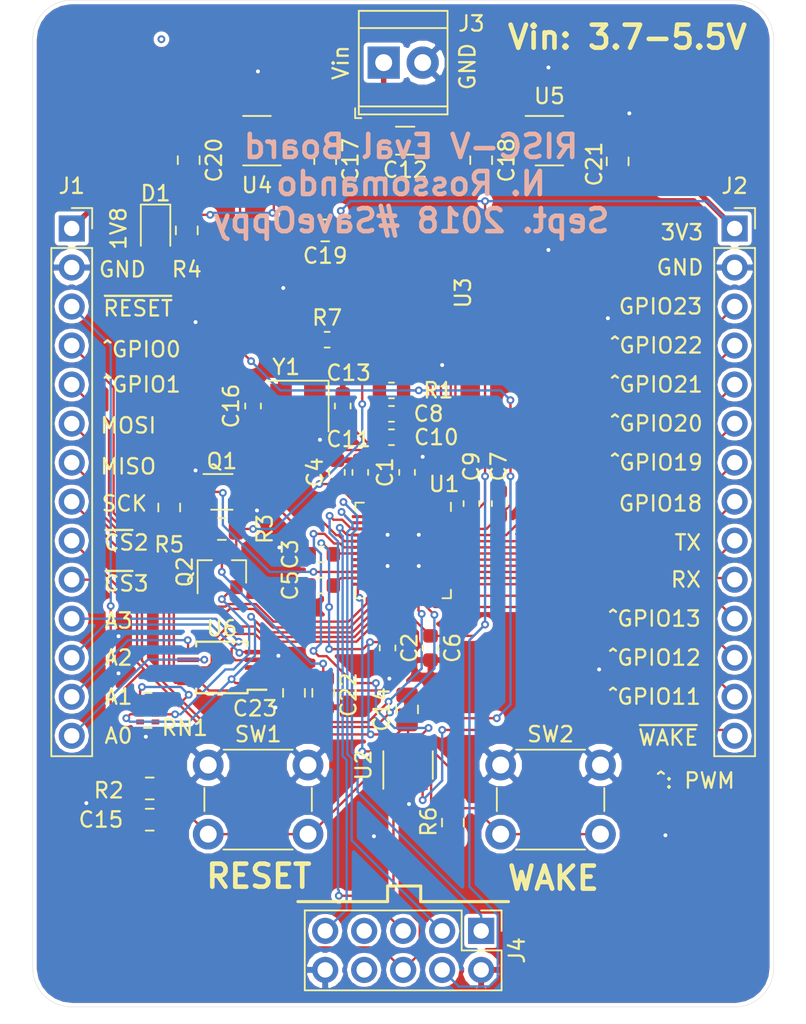
<source format=kicad_pcb>
(kicad_pcb (version 20171130) (host pcbnew 5.0.0)
  (layers (0 F.Cu signal) (31 B.Cu signal) (34 B.Paste user) (35 F.Paste user) (36 B.SilkS user) (37 F.SilkS user) (38 B.Mask user) (39 F.Mask user) (44 Edge.Cuts user))
  (net 0 "")
  (net 1 +1V8)
  (net 2 GND)
  (net 3 +3V3)
  (net 4 "Net-(C10-Pad2)")
  (net 5 "Net-(C10-Pad1)")
  (net 6 VBUS)
  (net 7 XTAL_IN)
  (net 8 ~RESET~)
  (net 9 XTAL_OUT)
  (net 10 +3.3VADC)
  (net 11 "Net-(D1-Pad1)")
  (net 12 "Net-(D1-Pad2)")
  (net 13 ~WAKE~)
  (net 14 SRST)
  (net 15 MOSI)
  (net 16 MISO)
  (net 17 SCK)
  (net 18 CS2)
  (net 19 CS3)
  (net 20 GPIO11)
  (net 21 GPIO12)
  (net 22 GPIO13)
  (net 23 RX)
  (net 24 TX)
  (net 25 AIN4)
  (net 26 AIN3)
  (net 27 AIN2)
  (net 28 AIN1)
  (net 29 GPIO23)
  (net 30 GPIO22)
  (net 31 GPIO21)
  (net 32 GPIO20)
  (net 33 GPIO19)
  (net 34 GPIO18)
  (net 35 GPIO1)
  (net 36 GPIO0)
  (net 37 TCK)
  (net 38 TDO)
  (net 39 TMS)
  (net 40 "Net-(J4-Pad7)")
  (net 41 "Net-(J4-Pad8)")
  (net 42 TDI)
  (net 43 WAKE_LED)
  (net 44 "Net-(Q1-Pad3)")
  (net 45 ADC_CUT)
  (net 46 ~WAKEUP~)
  (net 47 F_D3)
  (net 48 F_D2)
  (net 49 F_D1)
  (net 50 F_D0)
  (net 51 F_CS)
  (net 52 "Net-(U1-Pad20)")
  (net 53 "Net-(U1-Pad21)")
  (net 54 A_CS)
  (net 55 F_SCK)
  (net 56 "Net-(U4-Pad4)")
  (net 57 "Net-(U5-Pad4)")
  (net 58 "Net-(RN1-Pad4)")
  (net 59 "Net-(RN1-Pad5)")
  (module Resistor_SMD:R_Array_Concave_4x0402 (layer F.Cu) (at 40.513 59.944)
    (fp_text reference RN1 (at 2.413 1.143) (layer F.SilkS))
    (fp_text value 100k)
    (pad 1 smd rect (at -0.5 -0.75) (size 0.5 0.32) (layers F.Cu F.Paste F.Mask) (net 18 CS2))
    (pad 3 smd rect (at -0.5 0.25) (size 0.5 0.32) (layers F.Cu F.Paste F.Mask) (net 54 A_CS))
    (pad 2 smd rect (at -0.5 -0.25) (size 0.5 0.32) (layers F.Cu F.Paste F.Mask) (net 19 CS3))
    (pad 4 smd rect (at -0.5 0.75) (size 0.5 0.32) (layers F.Cu F.Paste F.Mask) (net 58 "Net-(RN1-Pad4)"))
    (pad 7 smd rect (at 0.5 -0.25) (size 0.5 0.32) (layers F.Cu F.Paste F.Mask) (net 3 +3V3))
    (pad 8 smd rect (at 0.5 -0.75) (size 0.5 0.32) (layers F.Cu F.Paste F.Mask) (net 3 +3V3))
    (pad 6 smd rect (at 0.5 0.25) (size 0.5 0.32) (layers F.Cu F.Paste F.Mask) (net 3 +3V3))
    (pad 5 smd rect (at 0.5 0.75) (size 0.5 0.32) (layers F.Cu F.Paste F.Mask) (net 59 "Net-(RN1-Pad5)"))
  )
  (module Resistor_SMD:R_0603_1608Metric (layer F.Cu) (at 52.197 35.814)
    (fp_text reference R7 (at 0 -1.43) (layer F.SilkS))
    (fp_text value 100k)
    (pad 1 smd roundrect (at -0.7875 0) (size 0.875 0.95) (layers F.Cu F.Paste F.Mask) (net 3 +3V3))
    (pad 2 smd roundrect (at 0.7875 0) (size 0.875 0.95) (layers F.Cu F.Paste F.Mask) (net 51 F_CS))
  )
  (module Package_SO:MSOP-10_3x3mm_P0.5mm (layer F.Cu) (at 45.339 57.15 180)
    (fp_text reference U6 (at 0 2.54 180) (layer F.SilkS))
    (fp_text value ADC104S021)
    (pad 1 smd rect (at -2.2 -1 180) (size 1.4 0.3) (layers F.Cu F.Paste F.Mask) (net 54 A_CS))
    (pad 2 smd rect (at -2.2 -0.5 180) (size 1.4 0.3) (layers F.Cu F.Paste F.Mask) (net 10 +3.3VADC))
    (pad 3 smd rect (at -2.2 0 180) (size 1.4 0.3) (layers F.Cu F.Paste F.Mask) (net 2 GND))
    (pad 4 smd rect (at -2.2 0.5 180) (size 1.4 0.3) (layers F.Cu F.Paste F.Mask) (net 25 AIN4))
    (pad 5 smd rect (at -2.2 1 180) (size 1.4 0.3) (layers F.Cu F.Paste F.Mask) (net 26 AIN3))
    (pad 6 smd rect (at 2.2 1 180) (size 1.4 0.3) (layers F.Cu F.Paste F.Mask) (net 27 AIN2))
    (pad 7 smd rect (at 2.2 0.5 180) (size 1.4 0.3) (layers F.Cu F.Paste F.Mask) (net 28 AIN1))
    (pad 8 smd rect (at 2.2 0 180) (size 1.4 0.3) (layers F.Cu F.Paste F.Mask) (net 15 MOSI))
    (pad 9 smd rect (at 2.2 -0.5 180) (size 1.4 0.3) (layers F.Cu F.Paste F.Mask) (net 16 MISO))
    (pad 10 smd rect (at 2.2 -1 180) (size 1.4 0.3) (layers F.Cu F.Paste F.Mask) (net 17 SCK))
  )
  (module Crystal:Crystal_SMD_3225-4Pin_3.2x2.5mm (layer F.Cu) (at 50.292 40.132 180)
    (fp_text reference Y1 (at 0.762 2.54 180) (layer F.SilkS))
    (fp_text value 16MHz)
    (pad 1 smd rect (at -1.1 0.85 180) (size 1.4 1.2) (layers F.Cu F.Paste F.Mask) (net 7 XTAL_IN))
    (pad 2 smd rect (at 1.1 0.85 180) (size 1.4 1.2) (layers F.Cu F.Paste F.Mask) (net 2 GND))
    (pad 3 smd rect (at 1.1 -0.85 180) (size 1.4 1.2) (layers F.Cu F.Paste F.Mask) (net 9 XTAL_OUT))
    (pad 4 smd rect (at -1.1 -0.85 180) (size 1.4 1.2) (layers F.Cu F.Paste F.Mask) (net 2 GND))
  )
  (module Capacitor_SMD:C_1206_3216Metric (layer F.Cu) (at 57.28 22.86)
    (fp_text reference C12 (at 0 1.905) (layer F.SilkS))
    (fp_text value 10uF)
    (pad 1 smd roundrect (at -1.4 0) (size 1.25 1.75) (layers F.Cu F.Paste F.Mask) (roundrect_rratio 0.2) (net 6 VBUS))
    (pad 2 smd roundrect (at 1.4 0) (size 1.25 1.75) (layers F.Cu F.Paste F.Mask) (roundrect_rratio 0.2) (net 2 GND))
  )
  (module Capacitor_SMD:C_0805_2012Metric (layer F.Cu) (at 57.404 59.8805 90)
    (fp_text reference C14 (at 0 -1.65 90) (layer F.SilkS))
    (fp_text value 100nF)
    (pad 1 smd roundrect (at -0.9375 0 90) (size 0.975 1.4) (layers F.Cu F.Paste F.Mask) (net 1 +1V8))
    (pad 2 smd roundrect (at 0.9375 0 90) (size 0.975 1.4) (layers F.Cu F.Paste F.Mask) (net 2 GND))
  )
  (module Capacitor_SMD:C_0805_2012Metric (layer F.Cu) (at 40.64 67.056 180)
    (fp_text reference C15 (at 3.175 0 180) (layer F.SilkS))
    (fp_text value 10nF)
    (pad 2 smd roundrect (at 0.9375 0 180) (size 0.975 1.4) (layers F.Cu F.Paste F.Mask) (net 2 GND))
    (pad 1 smd roundrect (at -0.9375 0 180) (size 0.975 1.4) (layers F.Cu F.Paste F.Mask) (net 8 ~RESET~))
  )
  (module Capacitor_SMD:C_0805_2012Metric (layer F.Cu) (at 52.07 24.13 270)
    (fp_text reference C17 (at 0 -1.65 270) (layer F.SilkS))
    (fp_text value 1uF)
    (pad 2 smd roundrect (at 0.9375 0 270) (size 0.975 1.4) (layers F.Cu F.Paste F.Mask) (net 2 GND))
    (pad 1 smd roundrect (at -0.9375 0 270) (size 0.975 1.4) (layers F.Cu F.Paste F.Mask) (net 6 VBUS))
  )
  (module Capacitor_SMD:C_0805_2012Metric (layer F.Cu) (at 62.23 24.13 270)
    (fp_text reference C18 (at 0 -1.65 270) (layer F.SilkS))
    (fp_text value 1uF)
    (pad 2 smd roundrect (at 0.9375 0 270) (size 0.975 1.4) (layers F.Cu F.Paste F.Mask) (net 2 GND))
    (pad 1 smd roundrect (at -0.9375 0 270) (size 0.975 1.4) (layers F.Cu F.Paste F.Mask) (net 6 VBUS))
  )
  (module Capacitor_SMD:C_0805_2012Metric (layer F.Cu) (at 52.07 28.702 180)
    (fp_text reference C19 (at 0 -1.65 180) (layer F.SilkS))
    (fp_text value 100nF)
    (pad 1 smd roundrect (at -0.9375 0 180) (size 0.975 1.4) (layers F.Cu F.Paste F.Mask) (net 3 +3V3))
    (pad 2 smd roundrect (at 0.9375 0 180) (size 0.975 1.4) (layers F.Cu F.Paste F.Mask) (net 2 GND))
  )
  (module Capacitor_SMD:C_0805_2012Metric (layer F.Cu) (at 43.18 24.13 270)
    (fp_text reference C20 (at 0 -1.65 270) (layer F.SilkS))
    (fp_text value 1uF)
    (pad 2 smd roundrect (at 0.9375 0 270) (size 0.975 1.4) (layers F.Cu F.Paste F.Mask) (net 2 GND))
    (pad 1 smd roundrect (at -0.9375 0 270) (size 0.975 1.4) (layers F.Cu F.Paste F.Mask) (net 1 +1V8))
  )
  (module Capacitor_SMD:C_0805_2012Metric (layer F.Cu) (at 71.12 24.2085 270)
    (fp_text reference C21 (at 0.1755 1.524 270) (layer F.SilkS))
    (fp_text value 1uF)
    (pad 1 smd roundrect (at -0.9375 0 270) (size 0.975 1.4) (layers F.Cu F.Paste F.Mask) (net 3 +3V3))
    (pad 2 smd roundrect (at 0.9375 0 270) (size 0.975 1.4) (layers F.Cu F.Paste F.Mask) (net 2 GND))
  )
  (module Capacitor_SMD:C_0805_2012Metric (layer F.Cu) (at 51.943 58.801 270)
    (fp_text reference C22 (at 0.127 -1.651 270) (layer F.SilkS))
    (fp_text value 1uF)
    (pad 1 smd roundrect (at -0.9375 0 270) (size 0.975 1.4) (layers F.Cu F.Paste F.Mask) (net 10 +3.3VADC))
    (pad 2 smd roundrect (at 0.9375 0 270) (size 0.975 1.4) (layers F.Cu F.Paste F.Mask) (net 2 GND))
  )
  (module Capacitor_SMD:C_0805_2012Metric (layer F.Cu) (at 50.038 58.801 270)
    (fp_text reference C23 (at 1.016 2.54 180) (layer F.SilkS))
    (fp_text value 100nF)
    (pad 2 smd roundrect (at 0.9375 0 270) (size 0.975 1.4) (layers F.Cu F.Paste F.Mask) (net 2 GND))
    (pad 1 smd roundrect (at -0.9375 0 270) (size 0.975 1.4) (layers F.Cu F.Paste F.Mask) (net 10 +3.3VADC))
  )
  (module LED_SMD:LED_0805_2012Metric (layer F.Cu) (at 41.021 28.702 270)
    (fp_text reference D1 (at -2.413 0) (layer F.SilkS))
    (fp_text value Green)
    (pad 1 smd roundrect (at -0.9375 0 270) (size 0.975 1.4) (layers F.Cu F.Paste F.Mask) (net 11 "Net-(D1-Pad1)"))
    (pad 2 smd roundrect (at 0.9375 0 270) (size 0.975 1.4) (layers F.Cu F.Paste F.Mask) (net 12 "Net-(D1-Pad2)"))
  )
  (module Connector_PinSocket_2.54mm:PinSocket_1x14_P2.54mm_Vertical (layer F.Cu) (at 35.56 28.575)
    (fp_text reference J1 (at 0 -2.77) (layer F.SilkS))
    (fp_text value Conn_01x14)
    (pad 1 thru_hole rect (at 0 0) (size 1.7 1.7) (drill 1) (layers *.Cu *.Mask) (net 1 +1V8))
    (pad 2 thru_hole oval (at 0 2.54) (size 1.7 1.7) (drill 1) (layers *.Cu *.Mask) (net 2 GND))
    (pad 3 thru_hole oval (at 0 5.08) (size 1.7 1.7) (drill 1) (layers *.Cu *.Mask) (net 14 SRST))
    (pad 4 thru_hole oval (at 0 7.62) (size 1.7 1.7) (drill 1) (layers *.Cu *.Mask) (net 36 GPIO0))
    (pad 5 thru_hole oval (at 0 10.16) (size 1.7 1.7) (drill 1) (layers *.Cu *.Mask) (net 35 GPIO1))
    (pad 6 thru_hole oval (at 0 12.7) (size 1.7 1.7) (drill 1) (layers *.Cu *.Mask) (net 15 MOSI))
    (pad 7 thru_hole oval (at 0 15.24) (size 1.7 1.7) (drill 1) (layers *.Cu *.Mask) (net 16 MISO))
    (pad 8 thru_hole oval (at 0 17.78) (size 1.7 1.7) (drill 1) (layers *.Cu *.Mask) (net 17 SCK))
    (pad 9 thru_hole oval (at 0 20.32) (size 1.7 1.7) (drill 1) (layers *.Cu *.Mask) (net 18 CS2))
    (pad 10 thru_hole oval (at 0 22.86) (size 1.7 1.7) (drill 1) (layers *.Cu *.Mask) (net 19 CS3))
    (pad 11 thru_hole oval (at 0 25.4) (size 1.7 1.7) (drill 1) (layers *.Cu *.Mask) (net 25 AIN4))
    (pad 12 thru_hole oval (at 0 27.94) (size 1.7 1.7) (drill 1) (layers *.Cu *.Mask) (net 26 AIN3))
    (pad 13 thru_hole oval (at 0 30.48) (size 1.7 1.7) (drill 1) (layers *.Cu *.Mask) (net 27 AIN2))
    (pad 14 thru_hole oval (at 0 33.02) (size 1.7 1.7) (drill 1) (layers *.Cu *.Mask) (net 28 AIN1))
  )
  (module Connector_PinSocket_2.54mm:PinSocket_1x14_P2.54mm_Vertical (layer F.Cu) (at 78.74 28.575)
    (fp_text reference J2 (at 0 -2.77) (layer F.SilkS))
    (fp_text value Conn_01x14)
    (pad 14 thru_hole oval (at 0 33.02) (size 1.7 1.7) (drill 1) (layers *.Cu *.Mask) (net 13 ~WAKE~))
    (pad 13 thru_hole oval (at 0 30.48) (size 1.7 1.7) (drill 1) (layers *.Cu *.Mask) (net 20 GPIO11))
    (pad 12 thru_hole oval (at 0 27.94) (size 1.7 1.7) (drill 1) (layers *.Cu *.Mask) (net 21 GPIO12))
    (pad 11 thru_hole oval (at 0 25.4) (size 1.7 1.7) (drill 1) (layers *.Cu *.Mask) (net 22 GPIO13))
    (pad 10 thru_hole oval (at 0 22.86) (size 1.7 1.7) (drill 1) (layers *.Cu *.Mask) (net 23 RX))
    (pad 9 thru_hole oval (at 0 20.32) (size 1.7 1.7) (drill 1) (layers *.Cu *.Mask) (net 24 TX))
    (pad 8 thru_hole oval (at 0 17.78) (size 1.7 1.7) (drill 1) (layers *.Cu *.Mask) (net 34 GPIO18))
    (pad 7 thru_hole oval (at 0 15.24) (size 1.7 1.7) (drill 1) (layers *.Cu *.Mask) (net 33 GPIO19))
    (pad 6 thru_hole oval (at 0 12.7) (size 1.7 1.7) (drill 1) (layers *.Cu *.Mask) (net 32 GPIO20))
    (pad 5 thru_hole oval (at 0 10.16) (size 1.7 1.7) (drill 1) (layers *.Cu *.Mask) (net 31 GPIO21))
    (pad 4 thru_hole oval (at 0 7.62) (size 1.7 1.7) (drill 1) (layers *.Cu *.Mask) (net 30 GPIO22))
    (pad 3 thru_hole oval (at 0 5.08) (size 1.7 1.7) (drill 1) (layers *.Cu *.Mask) (net 29 GPIO23))
    (pad 2 thru_hole oval (at 0 2.54) (size 1.7 1.7) (drill 1) (layers *.Cu *.Mask) (net 2 GND))
    (pad 1 thru_hole rect (at 0 0) (size 1.7 1.7) (drill 1) (layers *.Cu *.Mask) (net 3 +3V3))
  )
  (module TerminalBlock_TE-Connectivity:TerminalBlock_TE_282834-2_1x02_P2.54mm_Horizontal (layer F.Cu) (at 55.88 17.78)
    (fp_text reference J3 (at 5.715 -2.54) (layer F.SilkS))
    (fp_text value Power)
    (pad 1 thru_hole rect (at 0 0) (size 2.1 2.1) (drill 1.1) (layers *.Cu *.Mask) (net 6 VBUS))
    (pad 2 thru_hole circle (at 2.54 0) (size 2.1 2.1) (drill 1.1) (layers *.Cu *.Mask) (net 2 GND))
  )
  (module Connector_PinHeader_2.54mm:PinHeader_2x05_P2.54mm_Vertical (layer F.Cu) (at 62.23 74.295 270)
    (fp_text reference J4 (at 1.27 -2.33 270) (layer F.SilkS))
    (fp_text value "JTAG Header")
    (pad 1 thru_hole rect (at 0 0 270) (size 1.7 1.7) (drill 1) (layers *.Cu *.Mask) (net 37 TCK))
    (pad 2 thru_hole oval (at 2.54 0 270) (size 1.7 1.7) (drill 1) (layers *.Cu *.Mask) (net 2 GND))
    (pad 3 thru_hole oval (at 0 2.54 270) (size 1.7 1.7) (drill 1) (layers *.Cu *.Mask) (net 38 TDO))
    (pad 4 thru_hole oval (at 2.54 2.54 270) (size 1.7 1.7) (drill 1) (layers *.Cu *.Mask) (net 3 +3V3))
    (pad 5 thru_hole oval (at 0 5.08 270) (size 1.7 1.7) (drill 1) (layers *.Cu *.Mask) (net 39 TMS))
    (pad 6 thru_hole oval (at 2.54 5.08 270) (size 1.7 1.7) (drill 1) (layers *.Cu *.Mask) (net 14 SRST))
    (pad 7 thru_hole oval (at 0 7.62 270) (size 1.7 1.7) (drill 1) (layers *.Cu *.Mask) (net 40 "Net-(J4-Pad7)"))
    (pad 8 thru_hole oval (at 2.54 7.62 270) (size 1.7 1.7) (drill 1) (layers *.Cu *.Mask) (net 41 "Net-(J4-Pad8)"))
    (pad 9 thru_hole oval (at 0 10.16 270) (size 1.7 1.7) (drill 1) (layers *.Cu *.Mask) (net 42 TDI))
    (pad 10 thru_hole oval (at 2.54 10.16 270) (size 1.7 1.7) (drill 1) (layers *.Cu *.Mask) (net 2 GND))
  )
  (module Dragon:DRAGON (layer F.Cu) (at 67.564 34.29)
    (fp_text reference LOGO1 hide)
    (fp_text value LOGO hide)
  )
  (module Package_TO_SOT_SMD:SOT-363_SC-70-6_Handsoldering (layer F.Cu) (at 45.339 45.72)
    (fp_text reference Q1 (at 0 -2) (layer F.SilkS))
    (fp_text value DMN63D8LDW)
    (pad 1 smd rect (at -1.33 -0.65) (size 1.5 0.4) (layers F.Cu F.Paste F.Mask) (net 2 GND))
    (pad 2 smd rect (at -1.33 0) (size 1.5 0.4) (layers F.Cu F.Paste F.Mask) (net 43 WAKE_LED))
    (pad 3 smd rect (at -1.33 0.65) (size 1.5 0.4) (layers F.Cu F.Paste F.Mask) (net 44 "Net-(Q1-Pad3)"))
    (pad 4 smd rect (at 1.33 0.65) (size 1.5 0.4) (layers F.Cu F.Paste F.Mask) (net 2 GND))
    (pad 5 smd rect (at 1.33 0) (size 1.5 0.4) (layers F.Cu F.Paste F.Mask) (net 45 ADC_CUT))
    (pad 6 smd rect (at 1.33 -0.65) (size 1.5 0.4) (layers F.Cu F.Paste F.Mask) (net 11 "Net-(D1-Pad1)"))
  )
  (module Package_TO_SOT_SMD:SOT-23 (layer F.Cu) (at 45.339 50.927 90)
    (fp_text reference Q2 (at 0 -2.413 270) (layer F.SilkS))
    (fp_text value DMG2305UX)
    (pad 1 smd rect (at -1 -0.95 90) (size 0.9 0.8) (layers F.Cu F.Paste F.Mask) (net 44 "Net-(Q1-Pad3)"))
    (pad 2 smd rect (at -1 0.95 90) (size 0.9 0.8) (layers F.Cu F.Paste F.Mask) (net 3 +3V3))
    (pad 3 smd rect (at 1 0 90) (size 0.9 0.8) (layers F.Cu F.Paste F.Mask) (net 10 +3.3VADC))
  )
  (module Resistor_SMD:R_0805_2012Metric (layer F.Cu) (at 40.64 65.024)
    (fp_text reference R2 (at -2.667 0.127) (layer F.SilkS))
    (fp_text value 100k)
    (pad 2 smd roundrect (at 0.9375 0) (size 0.975 1.4) (layers F.Cu F.Paste F.Mask) (net 8 ~RESET~))
    (pad 1 smd roundrect (at -0.9375 0) (size 0.975 1.4) (layers F.Cu F.Paste F.Mask) (net 1 +1V8))
  )
  (module Resistor_SMD:R_0805_2012Metric (layer F.Cu) (at 45.339 48.133 180)
    (fp_text reference R3 (at -2.794 0 270) (layer F.SilkS))
    (fp_text value 100k)
    (pad 1 smd roundrect (at -0.9375 0 180) (size 0.975 1.4) (layers F.Cu F.Paste F.Mask) (net 3 +3V3))
    (pad 2 smd roundrect (at 0.9375 0 180) (size 0.975 1.4) (layers F.Cu F.Paste F.Mask) (net 44 "Net-(Q1-Pad3)"))
  )
  (module Resistor_SMD:R_0805_2012Metric (layer F.Cu) (at 43.053 28.702 90)
    (fp_text reference R4 (at -2.54 0 -180) (layer F.SilkS))
    (fp_text value 300)
    (pad 2 smd roundrect (at 0.9375 0 90) (size 0.975 1.4) (layers F.Cu F.Paste F.Mask) (net 6 VBUS))
    (pad 1 smd roundrect (at -0.9375 0 90) (size 0.975 1.4) (layers F.Cu F.Paste F.Mask) (net 12 "Net-(D1-Pad2)"))
  )
  (module Resistor_SMD:R_0805_2012Metric (layer F.Cu) (at 41.91 46.736 90)
    (fp_text reference R5 (at -2.413 0 180) (layer F.SilkS))
    (fp_text value 1k)
    (pad 1 smd roundrect (at -0.9375 0 90) (size 0.975 1.4) (layers F.Cu F.Paste F.Mask) (net 2 GND))
    (pad 2 smd roundrect (at 0.9375 0 90) (size 0.975 1.4) (layers F.Cu F.Paste F.Mask) (net 43 WAKE_LED))
  )
  (module Resistor_SMD:R_0805_2012Metric (layer F.Cu) (at 60.3885 67.2465 90)
    (fp_text reference R6 (at 0.0635 -1.5875 90) (layer F.SilkS))
    (fp_text value 100k)
    (pad 2 smd roundrect (at 0.9375 0 90) (size 0.975 1.4) (layers F.Cu F.Paste F.Mask) (net 46 ~WAKEUP~))
    (pad 1 smd roundrect (at -0.9375 0 90) (size 0.975 1.4) (layers F.Cu F.Paste F.Mask) (net 1 +1V8))
  )
  (module Button_Switch_THT:SW_PUSH_6mm_H4.3mm (layer F.Cu) (at 44.45 63.5)
    (fp_text reference SW1 (at 3.25 -2) (layer F.SilkS))
    (fp_text value SW_Push)
    (pad 1 thru_hole circle (at 6.5 0 90) (size 2 2) (drill 1.1) (layers *.Cu *.Mask) (net 2 GND))
    (pad 2 thru_hole circle (at 6.5 4.5 90) (size 2 2) (drill 1.1) (layers *.Cu *.Mask) (net 8 ~RESET~))
    (pad 1 thru_hole circle (at 0 0 90) (size 2 2) (drill 1.1) (layers *.Cu *.Mask) (net 2 GND))
    (pad 2 thru_hole circle (at 0 4.5 90) (size 2 2) (drill 1.1) (layers *.Cu *.Mask) (net 8 ~RESET~))
  )
  (module Button_Switch_THT:SW_PUSH_6mm_H4.3mm (layer F.Cu) (at 63.5 63.5)
    (fp_text reference SW2 (at 3.25 -2) (layer F.SilkS))
    (fp_text value SW_Push)
    (pad 2 thru_hole circle (at 0 4.5 90) (size 2 2) (drill 1.1) (layers *.Cu *.Mask) (net 46 ~WAKEUP~))
    (pad 1 thru_hole circle (at 0 0 90) (size 2 2) (drill 1.1) (layers *.Cu *.Mask) (net 2 GND))
    (pad 2 thru_hole circle (at 6.5 4.5 90) (size 2 2) (drill 1.1) (layers *.Cu *.Mask) (net 46 ~WAKEUP~))
    (pad 1 thru_hole circle (at 6.5 0 90) (size 2 2) (drill 1.1) (layers *.Cu *.Mask) (net 2 GND))
  )
  (module Package_DFN_QFN:QFN-48-1EP_6x6mm_P0.4mm_EP4.3x4.3mm (layer F.Cu) (at 57.15 49.53 270)
    (fp_text reference U1 (at -4.318 -2.667) (layer F.SilkS))
    (fp_text value FE310-G000)
    (pad 49 smd roundrect (at 0 0 270) (size 4.3 4.3) (layers F.Cu F.Mask) (roundrect_rratio 0.05814) (net 2 GND))
    (pad 1 smd roundrect (at -2.95 -2.2 270) (size 0.8 0.2) (layers F.Cu F.Paste F.Mask) (net 47 F_D3))
    (pad 2 smd roundrect (at -2.95 -1.8 270) (size 0.8 0.2) (layers F.Cu F.Paste F.Mask) (net 48 F_D2))
    (pad 3 smd roundrect (at -2.95 -1.399999 270) (size 0.8 0.2) (layers F.Cu F.Paste F.Mask) (net 49 F_D1))
    (pad 4 smd roundrect (at -2.95 -1 270) (size 0.8 0.2) (layers F.Cu F.Paste F.Mask) (net 50 F_D0))
    (pad 5 smd roundrect (at -2.95 -0.6 270) (size 0.8 0.2) (layers F.Cu F.Paste F.Mask) (net 51 F_CS))
    (pad 6 smd roundrect (at -2.95 -0.199999 270) (size 0.8 0.2) (layers F.Cu F.Paste F.Mask) (net 1 +1V8))
    (pad 7 smd roundrect (at -2.95 0.199999 270) (size 0.8 0.2) (layers F.Cu F.Paste F.Mask) (net 5 "Net-(C10-Pad1)"))
    (pad 8 smd roundrect (at -2.95 0.6 270) (size 0.8 0.2) (layers F.Cu F.Paste F.Mask) (net 4 "Net-(C10-Pad2)"))
    (pad 9 smd roundrect (at -2.95 1 270) (size 0.8 0.2) (layers F.Cu F.Paste F.Mask) (net 7 XTAL_IN))
    (pad 10 smd roundrect (at -2.95 1.399999 270) (size 0.8 0.2) (layers F.Cu F.Paste F.Mask) (net 9 XTAL_OUT))
    (pad 11 smd roundrect (at -2.95 1.8 270) (size 0.8 0.2) (layers F.Cu F.Paste F.Mask) (net 3 +3V3))
    (pad 12 smd roundrect (at -2.95 2.2 270) (size 0.8 0.2) (layers F.Cu F.Paste F.Mask) (net 3 +3V3))
    (pad 13 smd roundrect (at -2.2 2.95 270) (size 0.2 0.8) (layers F.Cu F.Paste F.Mask) (net 37 TCK))
    (pad 14 smd roundrect (at -1.8 2.95 270) (size 0.2 0.8) (layers F.Cu F.Paste F.Mask) (net 38 TDO))
    (pad 15 smd roundrect (at -1.399999 2.95 270) (size 0.2 0.8) (layers F.Cu F.Paste F.Mask) (net 39 TMS))
    (pad 16 smd roundrect (at -1 2.95 270) (size 0.2 0.8) (layers F.Cu F.Paste F.Mask) (net 42 TDI))
    (pad 17 smd roundrect (at -0.6 2.95 270) (size 0.2 0.8) (layers F.Cu F.Paste F.Mask) (net 45 ADC_CUT))
    (pad 18 smd roundrect (at -0.199999 2.95 270) (size 0.2 0.8) (layers F.Cu F.Paste F.Mask) (net 46 ~WAKEUP~))
    (pad 19 smd roundrect (at 0.199999 2.95 270) (size 0.2 0.8) (layers F.Cu F.Paste F.Mask) (net 1 +1V8))
    (pad 20 smd roundrect (at 0.6 2.95 270) (size 0.2 0.8) (layers F.Cu F.Paste F.Mask) (net 52 "Net-(U1-Pad20)"))
    (pad 21 smd roundrect (at 1 2.95 270) (size 0.2 0.8) (layers F.Cu F.Paste F.Mask) (net 53 "Net-(U1-Pad21)"))
    (pad 22 smd roundrect (at 1.399999 2.95 270) (size 0.2 0.8) (layers F.Cu F.Paste F.Mask) (net 43 WAKE_LED))
    (pad 23 smd roundrect (at 1.8 2.95 270) (size 0.2 0.8) (layers F.Cu F.Paste F.Mask) (net 1 +1V8))
    (pad 24 smd roundrect (at 2.2 2.95 270) (size 0.2 0.8) (layers F.Cu F.Paste F.Mask) (net 8 ~RESET~))
    (pad 25 smd roundrect (at 2.95 2.2 270) (size 0.8 0.2) (layers F.Cu F.Paste F.Mask) (net 36 GPIO0))
    (pad 26 smd roundrect (at 2.95 1.8 270) (size 0.8 0.2) (layers F.Cu F.Paste F.Mask) (net 35 GPIO1))
    (pad 27 smd roundrect (at 2.95 1.399999 270) (size 0.8 0.2) (layers F.Cu F.Paste F.Mask) (net 54 A_CS))
    (pad 28 smd roundrect (at 2.95 1 270) (size 0.8 0.2) (layers F.Cu F.Paste F.Mask) (net 15 MOSI))
    (pad 29 smd roundrect (at 2.95 0.6 270) (size 0.8 0.2) (layers F.Cu F.Paste F.Mask) (net 16 MISO))
    (pad 30 smd roundrect (at 2.95 0.199999 270) (size 0.8 0.2) (layers F.Cu F.Paste F.Mask) (net 1 +1V8))
    (pad 31 smd roundrect (at 2.95 -0.199999 270) (size 0.8 0.2) (layers F.Cu F.Paste F.Mask) (net 17 SCK))
    (pad 32 smd roundrect (at 2.95 -0.6 270) (size 0.8 0.2) (layers F.Cu F.Paste F.Mask) (net 3 +3V3))
    (pad 33 smd roundrect (at 2.95 -1 270) (size 0.8 0.2) (layers F.Cu F.Paste F.Mask) (net 18 CS2))
    (pad 34 smd roundrect (at 2.95 -1.399999 270) (size 0.8 0.2) (layers F.Cu F.Paste F.Mask) (net 19 CS3))
    (pad 35 smd roundrect (at 2.95 -1.8 270) (size 0.8 0.2) (layers F.Cu F.Paste F.Mask) (net 20 GPIO11))
    (pad 36 smd roundrect (at 2.95 -2.2 270) (size 0.8 0.2) (layers F.Cu F.Paste F.Mask) (net 21 GPIO12))
    (pad 37 smd roundrect (at 2.2 -2.95 270) (size 0.2 0.8) (layers F.Cu F.Paste F.Mask) (net 22 GPIO13))
    (pad 38 smd roundrect (at 1.8 -2.95 270) (size 0.2 0.8) (layers F.Cu F.Paste F.Mask) (net 23 RX))
    (pad 39 smd roundrect (at 1.399999 -2.95 270) (size 0.2 0.8) (layers F.Cu F.Paste F.Mask) (net 24 TX))
    (pad 40 smd roundrect (at 1 -2.95 270) (size 0.2 0.8) (layers F.Cu F.Paste F.Mask) (net 34 GPIO18))
    (pad 41 smd roundrect (at 0.6 -2.95 270) (size 0.2 0.8) (layers F.Cu F.Paste F.Mask) (net 33 GPIO19))
    (pad 42 smd roundrect (at 0.199999 -2.95 270) (size 0.2 0.8) (layers F.Cu F.Paste F.Mask) (net 32 GPIO20))
    (pad 43 smd roundrect (at -0.199999 -2.95 270) (size 0.2 0.8) (layers F.Cu F.Paste F.Mask) (net 31 GPIO21))
    (pad 44 smd roundrect (at -0.6 -2.95 270) (size 0.2 0.8) (layers F.Cu F.Paste F.Mask) (net 30 GPIO22))
    (pad 45 smd roundrect (at -1 -2.95 270) (size 0.2 0.8) (layers F.Cu F.Paste F.Mask) (net 29 GPIO23))
    (pad 46 smd roundrect (at -1.399999 -2.95 270) (size 0.2 0.8) (layers F.Cu F.Paste F.Mask) (net 1 +1V8))
    (pad 47 smd roundrect (at -1.8 -2.95 270) (size 0.2 0.8) (layers F.Cu F.Paste F.Mask) (net 3 +3V3))
    (pad 48 smd roundrect (at -2.2 -2.95 270) (size 0.2 0.8) (layers F.Cu F.Paste F.Mask) (net 55 F_SCK))
  )
  (module Package_TO_SOT_SMD:SOT-23-6 (layer F.Cu) (at 57.4675 63.5 90)
    (fp_text reference U2 (at 0 -2.9 90) (layer F.SilkS))
    (fp_text value 74LVC2G07)
    (pad 1 smd rect (at -1.1 -0.95 90) (size 1.06 0.65) (layers F.Cu F.Paste F.Mask) (net 14 SRST))
    (pad 2 smd rect (at -1.1 0 90) (size 1.06 0.65) (layers F.Cu F.Paste F.Mask) (net 2 GND))
    (pad 3 smd rect (at -1.1 0.95 90) (size 1.06 0.65) (layers F.Cu F.Paste F.Mask) (net 13 ~WAKE~))
    (pad 4 smd rect (at 1.1 0.95 90) (size 1.06 0.65) (layers F.Cu F.Paste F.Mask) (net 46 ~WAKEUP~))
    (pad 6 smd rect (at 1.1 -0.95 90) (size 1.06 0.65) (layers F.Cu F.Paste F.Mask) (net 8 ~RESET~))
    (pad 5 smd rect (at 1.1 0 90) (size 1.06 0.65) (layers F.Cu F.Paste F.Mask) (net 1 +1V8))
  )
  (module WSON:WSON8L-WNG008 (layer F.Cu) (at 57.15 32.766 90)
    (fp_text reference U3 (at 0 3.9 90) (layer F.SilkS))
    (fp_text value S25FL)
    (pad 1 smd rect (at -3.9 -1.905 90) (size 0.95 0.45) (layers F.Cu F.Paste F.Mask) (net 51 F_CS))
    (pad 2 smd rect (at -3.9 -0.635 90) (size 0.95 0.45) (layers F.Cu F.Paste F.Mask) (net 49 F_D1))
    (pad 3 smd rect (at -3.9 0.635 90) (size 0.95 0.45) (layers F.Cu F.Paste F.Mask) (net 48 F_D2))
    (pad 4 smd rect (at -3.9 1.905 90) (size 0.95 0.45) (layers F.Cu F.Paste F.Mask) (net 2 GND))
    (pad 5 smd rect (at 3.9 1.905 90) (size 0.95 0.45) (layers F.Cu F.Paste F.Mask) (net 50 F_D0))
    (pad 6 smd rect (at 3.9 0.635 90) (size 0.95 0.45) (layers F.Cu F.Paste F.Mask) (net 55 F_SCK))
    (pad 7 smd rect (at 3.9 -0.635 90) (size 0.95 0.45) (layers F.Cu F.Paste F.Mask) (net 47 F_D3))
    (pad 8 smd rect (at 3.9 -1.905 90) (size 0.95 0.45) (layers F.Cu F.Paste F.Mask) (net 3 +3V3))
    (pad EP smd rect (at 0 0 90) (size 4.75 4.9) (layers F.Cu F.Paste F.Mask))
  )
  (module Package_TO_SOT_SMD:SOT-23-5 (layer F.Cu) (at 47.625 22.86 180)
    (fp_text reference U4 (at 0 -2.9 180) (layer F.SilkS))
    (fp_text value MIC5504-1.8YM5)
    (pad 1 smd rect (at -1.1 -0.95 180) (size 1.06 0.65) (layers F.Cu F.Paste F.Mask) (net 6 VBUS))
    (pad 2 smd rect (at -1.1 0 180) (size 1.06 0.65) (layers F.Cu F.Paste F.Mask) (net 2 GND))
    (pad 3 smd rect (at -1.1 0.95 180) (size 1.06 0.65) (layers F.Cu F.Paste F.Mask) (net 6 VBUS))
    (pad 4 smd rect (at 1.1 0.95 180) (size 1.06 0.65) (layers F.Cu F.Paste F.Mask) (net 56 "Net-(U4-Pad4)"))
    (pad 5 smd rect (at 1.1 -0.95 180) (size 1.06 0.65) (layers F.Cu F.Paste F.Mask) (net 1 +1V8))
  )
  (module Package_TO_SOT_SMD:SOT-23-5 (layer F.Cu) (at 66.675 22.86)
    (fp_text reference U5 (at 0 -2.9) (layer F.SilkS))
    (fp_text value MIC5504-3.3YM5)
    (pad 5 smd rect (at 1.1 -0.95) (size 1.06 0.65) (layers F.Cu F.Paste F.Mask) (net 3 +3V3))
    (pad 4 smd rect (at 1.1 0.95) (size 1.06 0.65) (layers F.Cu F.Paste F.Mask) (net 57 "Net-(U5-Pad4)"))
    (pad 3 smd rect (at -1.1 0.95) (size 1.06 0.65) (layers F.Cu F.Paste F.Mask) (net 6 VBUS))
    (pad 2 smd rect (at -1.1 0) (size 1.06 0.65) (layers F.Cu F.Paste F.Mask) (net 2 GND))
    (pad 1 smd rect (at -1.1 -0.95) (size 1.06 0.65) (layers F.Cu F.Paste F.Mask) (net 6 VBUS))
  )
  (module Capacitor_SMD:C_0603_1608Metric (layer F.Cu) (at 57.404 44.45 90)
    (fp_text reference C1 (at 0 -1.43 90) (layer F.SilkS))
    (fp_text value 10nF)
    (pad 1 smd roundrect (at -0.7875 0 90) (size 0.875 0.95) (layers F.Cu F.Paste F.Mask) (net 1 +1V8))
    (pad 2 smd roundrect (at 0.7875 0 90) (size 0.875 0.95) (layers F.Cu F.Paste F.Mask) (net 2 GND))
  )
  (module Capacitor_SMD:C_0603_1608Metric (layer F.Cu) (at 56.134 55.88 270)
    (fp_text reference C2 (at 0 -1.43 270) (layer F.SilkS))
    (fp_text value 100nF)
    (pad 2 smd roundrect (at 0.7875 0 270) (size 0.875 0.95) (layers F.Cu F.Paste F.Mask) (net 2 GND))
    (pad 1 smd roundrect (at -0.7875 0 270) (size 0.875 0.95) (layers F.Cu F.Paste F.Mask) (net 1 +1V8))
  )
  (module Capacitor_SMD:C_0603_1608Metric (layer F.Cu) (at 51.816 49.784 180)
    (fp_text reference C3 (at 2.032 0 270) (layer F.SilkS))
    (fp_text value 100nF)
    (pad 1 smd roundrect (at -0.7875 0 180) (size 0.875 0.95) (layers F.Cu F.Paste F.Mask) (net 1 +1V8))
    (pad 2 smd roundrect (at 0.7875 0 180) (size 0.875 0.95) (layers F.Cu F.Paste F.Mask) (net 2 GND))
  )
  (module Capacitor_SMD:C_0603_1608Metric (layer F.Cu) (at 52.832 44.45 90)
    (fp_text reference C4 (at 0 -1.43 90) (layer F.SilkS))
    (fp_text value 10nF)
    (pad 1 smd roundrect (at -0.7875 0 90) (size 0.875 0.95) (layers F.Cu F.Paste F.Mask) (net 3 +3V3))
    (pad 2 smd roundrect (at 0.7875 0 90) (size 0.875 0.95) (layers F.Cu F.Paste F.Mask) (net 2 GND))
  )
  (module Capacitor_SMD:C_0603_1608Metric (layer F.Cu) (at 51.816 51.816 180)
    (fp_text reference C5 (at 2.032 0 270) (layer F.SilkS))
    (fp_text value 100nF)
    (pad 2 smd roundrect (at 0.7875 0 180) (size 0.875 0.95) (layers F.Cu F.Paste F.Mask) (net 2 GND))
    (pad 1 smd roundrect (at -0.7875 0 180) (size 0.875 0.95) (layers F.Cu F.Paste F.Mask) (net 1 +1V8))
  )
  (module Capacitor_SMD:C_0603_1608Metric (layer F.Cu) (at 58.928 55.88 270)
    (fp_text reference C6 (at 0 -1.43 270) (layer F.SilkS))
    (fp_text value 100nF)
    (pad 2 smd roundrect (at 0.7875 0 270) (size 0.875 0.95) (layers F.Cu F.Paste F.Mask) (net 2 GND))
    (pad 1 smd roundrect (at -0.7875 0 270) (size 0.875 0.95) (layers F.Cu F.Paste F.Mask) (net 3 +3V3))
  )
  (module Capacitor_SMD:C_0603_1608Metric (layer F.Cu) (at 63.4365 46.482 90)
    (fp_text reference C7 (at 2.413 -0.0635 90) (layer F.SilkS))
    (fp_text value 100nF)
    (pad 1 smd roundrect (at -0.7875 0 90) (size 0.875 0.95) (layers F.Cu F.Paste F.Mask) (net 1 +1V8))
    (pad 2 smd roundrect (at 0.7875 0 90) (size 0.875 0.95) (layers F.Cu F.Paste F.Mask) (net 2 GND))
  )
  (module Capacitor_SMD:C_0603_1608Metric (layer F.Cu) (at 56.388 40.64 180)
    (fp_text reference C8 (at -2.413 0 180) (layer F.SilkS))
    (fp_text value 100nF)
    (pad 2 smd roundrect (at 0.7875 0 180) (size 0.875 0.95) (layers F.Cu F.Paste F.Mask) (net 4 "Net-(C10-Pad2)"))
    (pad 1 smd roundrect (at -0.7875 0 180) (size 0.875 0.95) (layers F.Cu F.Paste F.Mask) (net 5 "Net-(C10-Pad1)"))
  )
  (module Capacitor_SMD:C_0603_1608Metric (layer F.Cu) (at 61.595 46.482 90)
    (fp_text reference C9 (at 2.413 0 90) (layer F.SilkS))
    (fp_text value 100nF)
    (pad 1 smd roundrect (at -0.7875 0 90) (size 0.875 0.95) (layers F.Cu F.Paste F.Mask) (net 3 +3V3))
    (pad 2 smd roundrect (at 0.7875 0 90) (size 0.875 0.95) (layers F.Cu F.Paste F.Mask) (net 2 GND))
  )
  (module Capacitor_SMD:C_0603_1608Metric (layer F.Cu) (at 56.388 42.164 180)
    (fp_text reference C10 (at -2.921 0 180) (layer F.SilkS))
    (fp_text value 100nF)
    (pad 1 smd roundrect (at -0.7875 0 180) (size 0.875 0.95) (layers F.Cu F.Paste F.Mask) (net 5 "Net-(C10-Pad1)"))
    (pad 2 smd roundrect (at 0.7875 0 180) (size 0.875 0.95) (layers F.Cu F.Paste F.Mask) (net 4 "Net-(C10-Pad2)"))
  )
  (module Capacitor_SMD:C_0603_1608Metric (layer F.Cu) (at 54.356 44.45 90)
    (fp_text reference C11 (at 2.159 -0.762 180) (layer F.SilkS))
    (fp_text value 100nF)
    (pad 2 smd roundrect (at 0.7875 0 90) (size 0.875 0.95) (layers F.Cu F.Paste F.Mask) (net 2 GND))
    (pad 1 smd roundrect (at -0.7875 0 90) (size 0.875 0.95) (layers F.Cu F.Paste F.Mask) (net 3 +3V3))
  )
  (module Capacitor_SMD:C_0603_1608Metric (layer F.Cu) (at 53.213 40.132 90)
    (fp_text reference C13 (at 2.159 0.381 180) (layer F.SilkS))
    (fp_text value 16pF)
    (pad 1 smd roundrect (at -0.7875 0 90) (size 0.875 0.95) (layers F.Cu F.Paste F.Mask) (net 7 XTAL_IN))
    (pad 2 smd roundrect (at 0.7875 0 90) (size 0.875 0.95) (layers F.Cu F.Paste F.Mask) (net 2 GND))
  )
  (module Capacitor_SMD:C_0603_1608Metric (layer F.Cu) (at 47.371 40.132 90)
    (fp_text reference C16 (at 0 -1.43 90) (layer F.SilkS))
    (fp_text value 16pF)
    (pad 2 smd roundrect (at 0.7875 0 90) (size 0.875 0.95) (layers F.Cu F.Paste F.Mask) (net 2 GND))
    (pad 1 smd roundrect (at -0.7875 0 90) (size 0.875 0.95) (layers F.Cu F.Paste F.Mask) (net 9 XTAL_OUT))
  )
  (module Resistor_SMD:R_0603_1608Metric (layer F.Cu) (at 56.388 39.116)
    (fp_text reference R1 (at 3.048 0) (layer F.SilkS))
    (fp_text value 100)
    (pad 1 smd roundrect (at -0.7875 0) (size 0.875 0.95) (layers F.Cu F.Paste F.Mask) (net 5 "Net-(C10-Pad1)"))
    (pad 2 smd roundrect (at 0.7875 0) (size 0.875 0.95) (layers F.Cu F.Paste F.Mask) (net 1 +1V8))
  )
  (gr_line (start 58.293 72.39) (end 64.008 72.39) (layer F.SilkS) (width 0.2))
  (gr_line (start 56.134 72.39) (end 50.292 72.39) (layer F.SilkS) (width 0.2))
  (gr_line (start 56.134 71.374) (end 56.134 72.39) (layer F.SilkS) (width 0.2))
  (gr_line (start 58.293 71.374) (end 56.134 71.374) (layer F.SilkS) (width 0.2))
  (gr_line (start 58.293 72.39) (end 58.293 71.374) (layer F.SilkS) (width 0.2))
  (gr_text "^: PWM" (at 76.2 64.516) (layer F.SilkS) (effects (font (size 1 1))))
  (gr_text ~WAKE~ (at 74.422 61.722) (layer F.SilkS) (effects (font (size 1 1))))
  (gr_text ^GPIO11 (at 73.533 59.055) (layer F.SilkS) (effects (font (size 1 1))))
  (gr_text ^GPIO12 (at 73.533 56.515) (layer F.SilkS) (effects (font (size 1 1))))
  (gr_text ^GPIO13 (at 73.533 53.975) (layer F.SilkS) (effects (font (size 1 1))))
  (gr_text RX (at 75.565 51.435) (layer F.SilkS) (effects (font (size 1 1))))
  (gr_text TX (at 75.692 49.022) (layer F.SilkS) (effects (font (size 1 1))))
  (gr_text GPIO18 (at 73.914 46.482) (layer F.SilkS) (effects (font (size 1 1))))
  (gr_text ^GPIO19 (at 73.66 43.815) (layer F.SilkS) (effects (font (size 1 1))))
  (gr_text ^GPIO20 (at 73.66 41.275) (layer F.SilkS) (effects (font (size 1 1))))
  (gr_text ^GPIO21 (at 73.66 38.735) (layer F.SilkS) (effects (font (size 1 1))))
  (gr_text ^GPIO22 (at 73.66 36.195) (layer F.SilkS) (effects (font (size 1 1))))
  (gr_text GPIO23 (at 73.914 33.655) (layer F.SilkS) (effects (font (size 1 1))))
  (gr_text GND (at 75.184 31.115) (layer F.SilkS) (effects (font (size 1 1))))
  (gr_text 3V3 (at 75.311 28.829) (layer F.SilkS) (effects (font (size 1 1))))
  (gr_text A3 (at 38.608 54.102) (layer F.SilkS) (effects (font (size 1 1))))
  (gr_text A2 (at 38.608 56.515) (layer F.SilkS) (effects (font (size 1 1))))
  (gr_text A1 (at 38.608 59.055) (layer F.SilkS) (effects (font (size 1 1))))
  (gr_text A0 (at 38.608 61.595) (layer F.SilkS) (effects (font (size 1 1))))
  (gr_text ~CS~3 (at 39.116 51.689) (layer F.SilkS) (effects (font (size 1 1))))
  (gr_text ~CS~2 (at 39.116 49.022) (layer F.SilkS) (effects (font (size 1 1))))
  (gr_text SCK (at 38.989 46.482) (layer F.SilkS) (effects (font (size 1 1))))
  (gr_text MISO (at 39.243 44.069) (layer F.SilkS) (effects (font (size 1 1))))
  (gr_text MOSI (at 39.243 41.402) (layer F.SilkS) (effects (font (size 1 1))))
  (gr_text ^GPIO1 (at 40.132 38.735) (layer F.SilkS) (effects (font (size 1 1))))
  (gr_text ^GPIO0 (at 40.132 36.449) (layer F.SilkS) (effects (font (size 1 1))))
  (gr_text ~RESET~ (at 39.878 33.782) (layer F.SilkS) (effects (font (size 1 1))))
  (gr_text GND (at 38.862 31.242) (layer F.SilkS) (effects (font (size 1 1))))
  (gr_text 1V8 (at 38.608 28.575 90) (layer F.SilkS) (effects (font (size 1 1))))
  (gr_text GND (at 61.341 18.034 90) (layer F.SilkS) (effects (font (size 0.999998 0.999998) (thickness 0.14986))))
  (gr_text Vin (at 53.086 17.78 90) (layer F.SilkS) (effects (font (size 0.999998 0.999998) (thickness 0.14986))))
  (gr_text "Vin: 3.7-5.5V" (at 71.755 16.129) (layer F.SilkS) (effects (font (size 1.5 1.5) (thickness 0.3))))
  (gr_text "RISC-V Eval Board\nN. Rossomando\nSept. 2018 #SaveOppy" (at 57.658 25.654) (layer B.SilkS) (effects (font (size 1.5 1.5) (thickness 0.3)) (justify mirror)))
  (gr_text WAKE (at 66.929 70.866) (layer F.SilkS) (effects (font (size 1.5 1.5) (thickness 0.3))))
  (gr_text RESET (at 47.752 70.739) (layer F.SilkS) (effects (font (size 1.5 1.5) (thickness 0.3))))
  (gr_line (start 78.74 79.248) (end 35.56 79.248) (layer Edge.Cuts) (width 0.0254))
  (gr_line (start 78.74 13.716) (end 35.56 13.716) (layer Edge.Cuts) (width 0.0254))
  (gr_line (start 81.28 16.256) (end 81.28 76.708) (layer Edge.Cuts) (width 0.0254))
  (gr_line (start 33.02 16.256) (end 33.02 76.708) (layer Edge.Cuts) (width 0.0254))
  (gr_arc (start 78.74 16.256) (end 81.28 16.256) (angle -90) (layer Edge.Cuts) (width 0.0254))
  (gr_arc (start 35.56 16.256) (end 35.56 13.716) (angle -90) (layer Edge.Cuts) (width 0.0254))
  (gr_arc (start 35.56 76.708) (end 33.02 76.708) (angle -90) (layer Edge.Cuts) (width 0.0254))
  (gr_arc (start 78.74 76.708) (end 78.74 79.248) (angle -90) (layer Edge.Cuts) (width 0.0254))
  (via (at 41.402 16.256) (size 0.508) (drill 0.254) (layers F.Cu B.Cu) (net 0))
  (segment (start 57.349999 45.291501) (end 57.404 45.2375) (width 0.1524) (layer F.Cu) (net 1))
  (segment (start 57.349999 46.58) (end 57.349999 45.291501) (width 0.1524) (layer F.Cu) (net 1))
  (segment (start 57.637112 39.577612) (end 57.1755 39.116) (width 0.1524) (layer F.Cu) (net 1))
  (segment (start 57.84161 39.78211) (end 57.637112 39.577612) (width 0.1524) (layer F.Cu) (net 1))
  (segment (start 57.84161 42.605554) (end 57.84161 39.78211) (width 0.1524) (layer F.Cu) (net 1))
  (segment (start 57.579554 42.86761) (end 57.84161 42.605554) (width 0.1524) (layer F.Cu) (net 1))
  (segment (start 56.70039 43.258446) (end 57.091226 42.86761) (width 0.1524) (layer F.Cu) (net 1))
  (segment (start 56.70039 44.53389) (end 56.70039 43.258446) (width 0.1524) (layer F.Cu) (net 1))
  (segment (start 57.404 45.2375) (end 56.70039 44.53389) (width 0.1524) (layer F.Cu) (net 1))
  (segment (start 57.091226 42.86761) (end 57.579554 42.86761) (width 0.1524) (layer F.Cu) (net 1))
  (segment (start 52.657501 49.729999) (end 52.6035 49.784) (width 0.1524) (layer F.Cu) (net 1))
  (segment (start 54.2 49.729999) (end 52.657501 49.729999) (width 0.1524) (layer F.Cu) (net 1))
  (segment (start 56.950001 54.276499) (end 56.134 55.0925) (width 0.1524) (layer F.Cu) (net 1))
  (segment (start 56.950001 52.48) (end 56.950001 54.276499) (width 0.1524) (layer F.Cu) (net 1))
  (via (at 47.244 37.211) (size 0.508) (drill 0.254) (layers F.Cu B.Cu) (net 1))
  (segment (start 46.525 23.81) (end 46.525 36.492) (width 0.1524) (layer F.Cu) (net 1))
  (segment (start 46.525 36.492) (end 47.244 37.211) (width 0.1524) (layer F.Cu) (net 1))
  (via (at 58.166 39.116) (size 0.508) (drill 0.254) (layers F.Cu B.Cu) (net 1))
  (segment (start 47.244 37.211) (end 49.149 39.116) (width 0.1524) (layer B.Cu) (net 1))
  (segment (start 49.149 39.116) (end 58.166 39.116) (width 0.1524) (layer B.Cu) (net 1))
  (segment (start 58.166 39.116) (end 57.1755 39.116) (width 0.1524) (layer F.Cu) (net 1))
  (segment (start 57.4675 60.8815) (end 57.404 60.818) (width 0.1524) (layer F.Cu) (net 1))
  (segment (start 57.4675 62.4) (end 57.4675 60.8815) (width 0.1524) (layer F.Cu) (net 1))
  (segment (start 57.543701 63.158601) (end 57.4675 63.0824) (width 0.1524) (layer F.Cu) (net 1))
  (segment (start 58.205601 63.158601) (end 57.543701 63.158601) (width 0.1524) (layer F.Cu) (net 1))
  (segment (start 58.971101 63.924101) (end 58.205601 63.158601) (width 0.1524) (layer F.Cu) (net 1))
  (segment (start 58.971101 67.566601) (end 58.971101 63.924101) (width 0.1524) (layer F.Cu) (net 1))
  (segment (start 59.5885 68.184) (end 58.971101 67.566601) (width 0.1524) (layer F.Cu) (net 1))
  (segment (start 60.3885 68.184) (end 59.5885 68.184) (width 0.1524) (layer F.Cu) (net 1))
  (segment (start 57.4675 62.4) (end 57.4675 63.0824) (width 0.1524) (layer F.Cu) (net 1))
  (via (at 64.135 39.751) (size 0.508) (drill 0.254) (layers F.Cu B.Cu) (net 1))
  (segment (start 58.166 39.116) (end 63.5 39.116) (width 0.1524) (layer B.Cu) (net 1))
  (segment (start 63.5 39.116) (end 64.135 39.751) (width 0.1524) (layer B.Cu) (net 1))
  (segment (start 63.898112 46.807888) (end 63.4365 47.2695) (width 0.1524) (layer F.Cu) (net 1))
  (segment (start 64.14011 46.56589) (end 63.898112 46.807888) (width 0.1524) (layer F.Cu) (net 1))
  (segment (start 64.135 40.11021) (end 64.14011 40.11532) (width 0.1524) (layer F.Cu) (net 1))
  (segment (start 64.135 39.751) (end 64.135 40.11021) (width 0.1524) (layer F.Cu) (net 1))
  (segment (start 62.575999 48.130001) (end 60.1 48.130001) (width 0.1524) (layer F.Cu) (net 1))
  (segment (start 63.4365 47.2695) (end 62.575999 48.130001) (width 0.1524) (layer F.Cu) (net 1))
  (segment (start 53.0895 51.33) (end 52.6035 51.816) (width 0.1524) (layer F.Cu) (net 1))
  (segment (start 54.2 51.33) (end 53.0895 51.33) (width 0.1524) (layer F.Cu) (net 1))
  (via (at 64.14011 44.704) (size 0.508) (drill 0.254) (layers F.Cu B.Cu) (net 1))
  (segment (start 64.14011 40.11532) (end 64.14011 44.704) (width 0.1524) (layer F.Cu) (net 1))
  (segment (start 64.14011 44.704) (end 64.14011 46.56589) (width 0.1524) (layer F.Cu) (net 1))
  (via (at 63.246 60.452) (size 0.508) (drill 0.254) (layers F.Cu B.Cu) (net 1))
  (segment (start 64.14011 44.704) (end 64.14011 59.55789) (width 0.1524) (layer B.Cu) (net 1))
  (segment (start 64.14011 59.55789) (end 63.246 60.452) (width 0.1524) (layer B.Cu) (net 1))
  (segment (start 57.77 60.452) (end 57.404 60.818) (width 0.1524) (layer F.Cu) (net 1))
  (segment (start 63.246 60.452) (end 57.77 60.452) (width 0.1524) (layer F.Cu) (net 1))
  (via (at 54.991 55.499) (size 0.508) (drill 0.254) (layers F.Cu B.Cu) (net 1))
  (segment (start 55.7275 55.499) (end 56.134 55.0925) (width 0.1524) (layer F.Cu) (net 1))
  (segment (start 54.991 55.499) (end 55.7275 55.499) (width 0.1524) (layer F.Cu) (net 1))
  (via (at 52.324 53.213) (size 0.508) (drill 0.254) (layers F.Cu B.Cu) (net 1))
  (segment (start 52.324 52.0955) (end 52.6035 51.816) (width 0.1524) (layer F.Cu) (net 1))
  (segment (start 52.324 53.213) (end 52.324 52.0955) (width 0.1524) (layer F.Cu) (net 1))
  (via (at 55.029738 61.50611) (size 0.508) (drill 0.254) (layers F.Cu B.Cu) (net 1))
  (segment (start 57.404 60.818) (end 56.71589 61.50611) (width 0.1524) (layer F.Cu) (net 1))
  (segment (start 56.71589 61.50611) (end 55.388948 61.50611) (width 0.1524) (layer F.Cu) (net 1))
  (segment (start 55.388948 61.50611) (end 55.029738 61.50611) (width 0.1524) (layer F.Cu) (net 1))
  (via (at 52.324 55.956232) (size 0.508) (drill 0.254) (layers F.Cu B.Cu) (net 1))
  (segment (start 52.324 53.213) (end 52.324 55.956232) (width 0.1524) (layer B.Cu) (net 1))
  (segment (start 54.991 55.499) (end 54.533768 55.956232) (width 0.1524) (layer F.Cu) (net 1))
  (segment (start 52.68321 55.956232) (end 52.324 55.956232) (width 0.1524) (layer F.Cu) (net 1))
  (segment (start 54.533768 55.956232) (end 52.68321 55.956232) (width 0.1524) (layer F.Cu) (net 1))
  (segment (start 52.324 53.213) (end 52.324 49.56811) (width 0.1524) (layer B.Cu) (net 1))
  (segment (start 52.069999 49.314109) (end 51.816 49.06011) (width 0.1524) (layer B.Cu) (net 1))
  (segment (start 52.6035 49.784) (end 51.87961 49.06011) (width 0.1524) (layer F.Cu) (net 1))
  (via (at 51.816 49.06011) (size 0.508) (drill 0.254) (layers F.Cu B.Cu) (net 1))
  (segment (start 51.87961 49.06011) (end 51.816 49.06011) (width 0.1524) (layer F.Cu) (net 1))
  (segment (start 52.324 49.56811) (end 52.069999 49.314109) (width 0.1524) (layer B.Cu) (net 1))
  (segment (start 38.227 25.908) (end 35.56 28.575) (width 0.3556) (layer F.Cu) (net 1))
  (segment (start 43.18 23.1925) (end 40.4645 25.908) (width 0.3556) (layer F.Cu) (net 1))
  (segment (start 40.4645 25.908) (end 38.227 25.908) (width 0.3556) (layer F.Cu) (net 1))
  (segment (start 43.2585 23.114) (end 43.18 23.1925) (width 0.3556) (layer F.Cu) (net 1))
  (segment (start 46.525 23.81) (end 45.829 23.114) (width 0.3556) (layer F.Cu) (net 1))
  (segment (start 45.829 23.114) (end 43.2585 23.114) (width 0.3556) (layer F.Cu) (net 1))
  (segment (start 39.7025 63.4215) (end 39.7025 65.024) (width 0.1524) (layer F.Cu) (net 1))
  (segment (start 55.029738 61.50611) (end 41.61789 61.50611) (width 0.1524) (layer F.Cu) (net 1))
  (segment (start 41.61789 61.50611) (end 39.7025 63.4215) (width 0.1524) (layer F.Cu) (net 1))
  (segment (start 54.889398 61.36577) (end 55.029738 61.50611) (width 0.1524) (layer B.Cu) (net 1))
  (segment (start 54.991 55.499) (end 54.889398 55.600602) (width 0.1524) (layer B.Cu) (net 1))
  (segment (start 54.889398 55.600602) (end 54.889398 61.36577) (width 0.1524) (layer B.Cu) (net 1))
  (via (at 58.166 50.546) (size 0.508) (drill 0.254) (layers F.Cu B.Cu) (net 2))
  (via (at 58.166 48.514) (size 0.508) (drill 0.254) (layers F.Cu B.Cu) (net 2))
  (via (at 56.134 48.514) (size 0.508) (drill 0.254) (layers F.Cu B.Cu) (net 2))
  (via (at 58.42 43.434) (size 0.508) (drill 0.254) (layers F.Cu B.Cu) (net 2))
  (via (at 59.69 37.465) (size 0.508) (drill 0.254) (layers F.Cu B.Cu) (net 2))
  (via (at 51.728743 42.330743) (size 0.508) (drill 0.254) (layers F.Cu B.Cu) (net 2))
  (segment (start 47.539 57.15) (end 48.3914 57.15) (width 0.1524) (layer F.Cu) (net 2))
  (segment (start 48.3914 57.15) (end 48.768 57.15) (width 0.1524) (layer F.Cu) (net 2))
  (via (at 43.6245 44.323) (size 0.508) (drill 0.254) (layers F.Cu B.Cu) (net 2))
  (via (at 47.625 46.9265) (size 0.508) (drill 0.254) (layers F.Cu B.Cu) (net 2))
  (via (at 49.0855 49.3395) (size 0.508) (drill 0.254) (layers F.Cu B.Cu) (net 2))
  (via (at 56.134 50.546) (size 0.508) (drill 0.254) (layers F.Cu B.Cu) (net 2))
  (via (at 48.8315 59.7535) (size 0.508) (drill 0.254) (layers F.Cu B.Cu) (net 2))
  (via (at 69.9135 57.277) (size 0.508) (drill 0.254) (layers F.Cu B.Cu) (net 2))
  (via (at 66.6115 29.972) (size 0.508) (drill 0.254) (layers F.Cu B.Cu) (net 2))
  (via (at 70.485 34.417) (size 0.508) (drill 0.254) (layers F.Cu B.Cu) (net 2))
  (via (at 71.882 21.082) (size 0.508) (drill 0.254) (layers F.Cu B.Cu) (net 2))
  (via (at 66.6115 18.0975) (size 0.508) (drill 0.254) (layers F.Cu B.Cu) (net 2))
  (via (at 47.6885 18.3515) (size 0.508) (drill 0.254) (layers F.Cu B.Cu) (net 2))
  (via (at 49.3395 32.4485) (size 0.508) (drill 0.254) (layers F.Cu B.Cu) (net 2))
  (via (at 43.6245 34.671) (size 0.508) (drill 0.254) (layers F.Cu B.Cu) (net 2))
  (via (at 40.386 61.6585) (size 0.508) (drill 0.254) (layers F.Cu B.Cu) (net 2))
  (via (at 36.5125 65.9765) (size 0.508) (drill 0.254) (layers F.Cu B.Cu) (net 2))
  (via (at 74.2315 68.072) (size 0.508) (drill 0.254) (layers F.Cu B.Cu) (net 2))
  (via (at 57.531 66.04) (size 0.508) (drill 0.254) (layers F.Cu B.Cu) (net 2))
  (via (at 55.245 68.1355) (size 0.508) (drill 0.254) (layers F.Cu B.Cu) (net 2))
  (via (at 49.022 56.388) (size 0.508) (drill 0.254) (layers F.Cu B.Cu) (net 2))
  (via (at 56.249949 57.875536) (size 0.508) (drill 0.254) (layers F.Cu B.Cu) (net 2))
  (via (at 38.608 57.531) (size 0.508) (drill 0.254) (layers F.Cu B.Cu) (net 2))
  (via (at 38.608 55.118) (size 0.508) (drill 0.254) (layers F.Cu B.Cu) (net 2))
  (segment (start 69.759 21.91) (end 71.12 23.271) (width 0.3556) (layer F.Cu) (net 3))
  (segment (start 67.775 21.91) (end 69.759 21.91) (width 0.3556) (layer F.Cu) (net 3))
  (segment (start 55.35 46.2315) (end 55.35 46.58) (width 0.1524) (layer F.Cu) (net 3))
  (segment (start 54.356 45.2375) (end 55.35 46.2315) (width 0.1524) (layer F.Cu) (net 3))
  (segment (start 54.1745 46.58) (end 54.95 46.58) (width 0.1524) (layer F.Cu) (net 3))
  (segment (start 52.832 45.2375) (end 54.1745 46.58) (width 0.1524) (layer F.Cu) (net 3))
  (segment (start 52.832 45.2375) (end 54.356 45.2375) (width 0.1524) (layer F.Cu) (net 3))
  (segment (start 57.75 53.9145) (end 58.928 55.0925) (width 0.1524) (layer F.Cu) (net 3))
  (segment (start 57.75 52.48) (end 57.75 53.9145) (width 0.1524) (layer F.Cu) (net 3))
  (segment (start 55.081 28.702) (end 55.245 28.866) (width 0.1524) (layer F.Cu) (net 3))
  (segment (start 53.0075 28.702) (end 55.081 28.702) (width 0.1524) (layer F.Cu) (net 3))
  (via (at 53.086 27.432) (size 0.508) (drill 0.254) (layers F.Cu B.Cu) (net 3))
  (segment (start 53.086 28.6235) (end 53.0075 28.702) (width 0.1524) (layer F.Cu) (net 3))
  (segment (start 53.086 27.432) (end 53.086 28.6235) (width 0.1524) (layer F.Cu) (net 3))
  (segment (start 53.721 26.797) (end 53.086 27.432) (width 0.1524) (layer B.Cu) (net 3))
  (segment (start 78.74 28.575) (end 76.962 26.797) (width 0.1524) (layer B.Cu) (net 3))
  (segment (start 76.962 26.797) (end 63.754 26.797) (width 0.1524) (layer B.Cu) (net 3))
  (via (at 62.484 26.797) (size 0.508) (drill 0.254) (layers F.Cu B.Cu) (net 3))
  (segment (start 61.595 47.2695) (end 62.484 46.3805) (width 0.1524) (layer F.Cu) (net 3))
  (segment (start 63.754 26.797) (end 62.484 26.797) (width 0.1524) (layer B.Cu) (net 3))
  (segment (start 62.484 26.797) (end 53.721 26.797) (width 0.1524) (layer B.Cu) (net 3))
  (segment (start 61.0605 47.2695) (end 61.595 47.2695) (width 0.1524) (layer F.Cu) (net 3))
  (segment (start 60.1 47.73) (end 60.6 47.73) (width 0.1524) (layer F.Cu) (net 3))
  (segment (start 60.6 47.73) (end 61.0605 47.2695) (width 0.1524) (layer F.Cu) (net 3))
  (segment (start 62.484 46.3805) (end 62.484 43.6245) (width 0.1524) (layer F.Cu) (net 3))
  (segment (start 62.484 43.6245) (end 62.484 26.797) (width 0.1524) (layer F.Cu) (net 3))
  (via (at 51.689 45.212) (size 0.508) (drill 0.254) (layers F.Cu B.Cu) (net 3))
  (segment (start 52.8065 45.212) (end 52.832 45.2375) (width 0.1524) (layer F.Cu) (net 3))
  (segment (start 51.689 45.212) (end 52.8065 45.212) (width 0.1524) (layer F.Cu) (net 3))
  (via (at 47.371 48.133) (size 0.508) (drill 0.254) (layers F.Cu B.Cu) (net 3))
  (segment (start 51.689 45.212) (end 48.768 48.133) (width 0.1524) (layer B.Cu) (net 3))
  (segment (start 48.768 48.133) (end 47.371 48.133) (width 0.1524) (layer B.Cu) (net 3))
  (segment (start 47.371 48.133) (end 46.2765 48.133) (width 0.1524) (layer F.Cu) (net 3))
  (via (at 62.484 44.704) (size 0.508) (drill 0.254) (layers F.Cu B.Cu) (net 3))
  (segment (start 61.7475 55.0925) (end 62.230001 54.609999) (width 0.1524) (layer F.Cu) (net 3))
  (segment (start 58.928 55.0925) (end 61.7475 55.0925) (width 0.1524) (layer F.Cu) (net 3))
  (via (at 62.484 54.356) (size 0.508) (drill 0.254) (layers F.Cu B.Cu) (net 3))
  (segment (start 62.230001 54.609999) (end 62.484 54.356) (width 0.1524) (layer F.Cu) (net 3))
  (segment (start 62.484 44.704) (end 62.484 54.356) (width 0.1524) (layer B.Cu) (net 3))
  (segment (start 62.484 54.356) (end 61.468 55.372) (width 0.1524) (layer B.Cu) (net 3))
  (segment (start 60.539999 77.684999) (end 59.69 76.835) (width 0.1524) (layer B.Cu) (net 3))
  (segment (start 60.768601 77.913601) (end 60.539999 77.684999) (width 0.1524) (layer B.Cu) (net 3))
  (segment (start 62.747729 77.913601) (end 60.768601 77.913601) (width 0.1524) (layer B.Cu) (net 3))
  (segment (start 63.308601 77.352729) (end 62.747729 77.913601) (width 0.1524) (layer B.Cu) (net 3))
  (segment (start 63.308601 73.262119) (end 63.308601 77.352729) (width 0.1524) (layer B.Cu) (net 3))
  (segment (start 61.468 71.421518) (end 63.308601 73.262119) (width 0.1524) (layer B.Cu) (net 3))
  (segment (start 61.468 55.372) (end 61.468 71.421518) (width 0.1524) (layer B.Cu) (net 3))
  (segment (start 76.327 26.162) (end 78.74 28.575) (width 0.3556) (layer F.Cu) (net 3))
  (segment (start 71.12 23.271) (end 74.011 26.162) (width 0.3556) (layer F.Cu) (net 3))
  (segment (start 74.011 26.162) (end 76.327 26.162) (width 0.3556) (layer F.Cu) (net 3))
  (segment (start 46.2765 51.9145) (end 46.289 51.927) (width 0.1524) (layer F.Cu) (net 3))
  (segment (start 46.2765 48.133) (end 46.2765 51.9145) (width 0.1524) (layer F.Cu) (net 3))
  (segment (start 54.483 42.418) (end 51.689 45.212) (width 0.1524) (layer B.Cu) (net 3))
  (segment (start 54.483 40.005) (end 54.483 42.418) (width 0.1524) (layer B.Cu) (net 3))
  (via (at 54.483 40.005) (size 0.508) (drill 0.254) (layers F.Cu B.Cu) (net 3))
  (segment (start 53.0075 34.216) (end 51.4095 35.814) (width 0.1524) (layer F.Cu) (net 3))
  (segment (start 53.0075 28.702) (end 53.0075 34.216) (width 0.1524) (layer F.Cu) (net 3))
  (segment (start 51.4095 35.814) (end 51.689 35.814) (width 0.1524) (layer F.Cu) (net 3))
  (segment (start 54.483 39.64579) (end 54.483 40.005) (width 0.1524) (layer F.Cu) (net 3))
  (segment (start 54.483 38.608) (end 54.483 39.64579) (width 0.1524) (layer F.Cu) (net 3))
  (segment (start 51.689 35.814) (end 54.483 38.608) (width 0.1524) (layer F.Cu) (net 3))
  (segment (start 46.289 51.927) (end 46.117 51.927) (width 0.1524) (layer F.Cu) (net 3))
  (segment (start 46.117 51.927) (end 45.339 52.705) (width 0.1524) (layer F.Cu) (net 3))
  (via (at 45.339 52.705) (size 0.508) (drill 0.254) (layers F.Cu B.Cu) (net 3))
  (via (at 42.291 60.198) (size 0.508) (drill 0.254) (layers F.Cu B.Cu) (net 3))
  (segment (start 41.017 60.198) (end 41.013 60.194) (width 0.1524) (layer F.Cu) (net 3))
  (segment (start 42.291 60.198) (end 41.017 60.198) (width 0.1524) (layer F.Cu) (net 3))
  (segment (start 41.013 60.194) (end 41.013 59.694) (width 0.1524) (layer F.Cu) (net 3))
  (segment (start 41.013 59.694) (end 41.013 59.194) (width 0.1524) (layer F.Cu) (net 3))
  (segment (start 46.101 57.277) (end 45.57121 57.277) (width 0.1524) (layer B.Cu) (net 3))
  (segment (start 42.65021 60.198) (end 42.291 60.198) (width 0.1524) (layer B.Cu) (net 3))
  (segment (start 47.117 56.261) (end 46.101 57.277) (width 0.1524) (layer B.Cu) (net 3))
  (segment (start 45.339 52.705) (end 47.117 54.483) (width 0.1524) (layer B.Cu) (net 3))
  (segment (start 45.57121 57.277) (end 42.65021 60.198) (width 0.1524) (layer B.Cu) (net 3))
  (segment (start 47.117 54.483) (end 47.117 56.261) (width 0.1524) (layer B.Cu) (net 3))
  (segment (start 55.6005 42.164) (end 55.6005 40.64) (width 0.1524) (layer F.Cu) (net 4))
  (segment (start 56.032381 43.170881) (end 55.6005 42.739) (width 0.1524) (layer F.Cu) (net 4))
  (segment (start 55.6005 42.739) (end 55.6005 42.164) (width 0.1524) (layer F.Cu) (net 4))
  (segment (start 56.55 46.08) (end 56.032381 45.562381) (width 0.1524) (layer F.Cu) (net 4))
  (segment (start 56.55 46.58) (end 56.55 46.08) (width 0.1524) (layer F.Cu) (net 4))
  (segment (start 56.032381 45.562381) (end 56.032381 43.170881) (width 0.1524) (layer F.Cu) (net 4))
  (segment (start 57.1755 42.164) (end 57.1755 40.64) (width 0.1524) (layer F.Cu) (net 5))
  (segment (start 55.6515 39.116) (end 55.6005 39.116) (width 0.1524) (layer F.Cu) (net 5))
  (segment (start 57.1755 40.64) (end 55.6515 39.116) (width 0.1524) (layer F.Cu) (net 5))
  (segment (start 56.337191 45.278355) (end 56.337191 43.002309) (width 0.1524) (layer F.Cu) (net 5))
  (segment (start 56.713888 42.625612) (end 57.1755 42.164) (width 0.1524) (layer F.Cu) (net 5))
  (segment (start 56.337191 43.002309) (end 56.713888 42.625612) (width 0.1524) (layer F.Cu) (net 5))
  (segment (start 56.950001 45.891165) (end 56.337191 45.278355) (width 0.1524) (layer F.Cu) (net 5))
  (segment (start 56.950001 46.58) (end 56.950001 45.891165) (width 0.1524) (layer F.Cu) (net 5))
  (segment (start 55.88 17.78) (end 55.88 22.86) (width 0.3556) (layer F.Cu) (net 6))
  (segment (start 52.4025 22.86) (end 52.07 23.1925) (width 0.3556) (layer F.Cu) (net 6))
  (segment (start 55.88 22.86) (end 52.4025 22.86) (width 0.3556) (layer F.Cu) (net 6))
  (segment (start 55.88 23.835) (end 56.683 24.638) (width 0.3556) (layer F.Cu) (net 6))
  (segment (start 55.88 22.86) (end 55.88 23.835) (width 0.3556) (layer F.Cu) (net 6))
  (segment (start 60.7845 24.638) (end 62.23 23.1925) (width 0.3556) (layer F.Cu) (net 6))
  (segment (start 56.683 24.638) (end 60.7845 24.638) (width 0.3556) (layer F.Cu) (net 6))
  (segment (start 62.23 23.1925) (end 63.3245 23.1925) (width 0.3556) (layer F.Cu) (net 6))
  (segment (start 63.942 23.81) (end 65.575 23.81) (width 0.3556) (layer F.Cu) (net 6))
  (segment (start 63.3245 23.1925) (end 63.942 23.81) (width 0.3556) (layer F.Cu) (net 6))
  (segment (start 65.575 21.91) (end 62.672 21.91) (width 0.3556) (layer F.Cu) (net 6))
  (segment (start 62.23 22.352) (end 62.23 23.1925) (width 0.3556) (layer F.Cu) (net 6))
  (segment (start 62.672 21.91) (end 62.23 22.352) (width 0.3556) (layer F.Cu) (net 6))
  (segment (start 51.4525 23.81) (end 48.725 23.81) (width 0.3556) (layer F.Cu) (net 6))
  (segment (start 52.07 23.1925) (end 51.4525 23.81) (width 0.3556) (layer F.Cu) (net 6))
  (segment (start 50.7875 21.91) (end 52.07 23.1925) (width 0.3556) (layer F.Cu) (net 6))
  (segment (start 48.725 21.91) (end 50.7875 21.91) (width 0.3556) (layer F.Cu) (net 6))
  (via (at 48.641 27.559) (size 0.508) (drill 0.254) (layers F.Cu B.Cu) (net 6))
  (segment (start 48.725 23.81) (end 48.725 27.475) (width 0.1524) (layer F.Cu) (net 6))
  (segment (start 48.725 27.475) (end 48.641 27.559) (width 0.1524) (layer F.Cu) (net 6))
  (via (at 44.577 27.686) (size 0.508) (drill 0.254) (layers F.Cu B.Cu) (net 6))
  (segment (start 48.641 27.559) (end 44.704 27.559) (width 0.1524) (layer B.Cu) (net 6))
  (segment (start 44.704 27.559) (end 44.577 27.686) (width 0.1524) (layer B.Cu) (net 6))
  (segment (start 43.1315 27.686) (end 43.053 27.7645) (width 0.1524) (layer F.Cu) (net 6))
  (segment (start 44.577 27.686) (end 43.1315 27.686) (width 0.1524) (layer F.Cu) (net 6))
  (segment (start 52.751388 40.457888) (end 53.213 40.9195) (width 0.1524) (layer F.Cu) (net 7))
  (segment (start 51.5755 39.282) (end 52.751388 40.457888) (width 0.1524) (layer F.Cu) (net 7))
  (segment (start 51.392 39.282) (end 51.5755 39.282) (width 0.1524) (layer F.Cu) (net 7))
  (segment (start 55.727572 45.688639) (end 55.727572 43.434072) (width 0.1524) (layer F.Cu) (net 7))
  (segment (start 55.727572 43.434072) (end 53.674612 41.381112) (width 0.1524) (layer F.Cu) (net 7))
  (segment (start 56.15 46.58) (end 56.15 46.111067) (width 0.1524) (layer F.Cu) (net 7))
  (segment (start 53.674612 41.381112) (end 53.213 40.9195) (width 0.1524) (layer F.Cu) (net 7))
  (segment (start 56.15 46.111067) (end 55.727572 45.688639) (width 0.1524) (layer F.Cu) (net 7))
  (segment (start 51.1225 68) (end 50.95 68) (width 0.1524) (layer F.Cu) (net 8))
  (segment (start 56.5175 62.605) (end 51.1225 68) (width 0.1524) (layer F.Cu) (net 8))
  (segment (start 56.5175 62.4) (end 56.5175 62.605) (width 0.1524) (layer F.Cu) (net 8))
  (segment (start 50.95 68) (end 44.45 68) (width 0.1524) (layer F.Cu) (net 8))
  (via (at 54.483 62.611) (size 0.508) (drill 0.254) (layers F.Cu B.Cu) (net 8))
  (segment (start 56.3065 62.611) (end 56.5175 62.4) (width 0.1524) (layer F.Cu) (net 8))
  (segment (start 54.483 62.611) (end 56.3065 62.611) (width 0.1524) (layer F.Cu) (net 8))
  (segment (start 54.483 62.611) (end 54.483 52.800231) (width 0.1524) (layer B.Cu) (net 8))
  (via (at 54.297986 52.615217) (size 0.508) (drill 0.254) (layers F.Cu B.Cu) (net 8))
  (segment (start 54.483 52.800231) (end 54.297986 52.615217) (width 0.1524) (layer B.Cu) (net 8))
  (segment (start 54.2 51.73) (end 54.2 52.517231) (width 0.1524) (layer F.Cu) (net 8))
  (segment (start 54.2 52.517231) (end 54.297986 52.615217) (width 0.1524) (layer F.Cu) (net 8))
  (segment (start 41.5775 65.024) (end 41.5775 67.056) (width 0.1524) (layer F.Cu) (net 8))
  (segment (start 43.506 67.056) (end 44.45 68) (width 0.1524) (layer F.Cu) (net 8))
  (segment (start 41.5775 67.056) (end 43.506 67.056) (width 0.1524) (layer F.Cu) (net 8))
  (segment (start 47.4335 40.982) (end 47.371 40.9195) (width 0.1524) (layer F.Cu) (net 9))
  (segment (start 49.192 40.982) (end 47.4335 40.982) (width 0.1524) (layer F.Cu) (net 9))
  (segment (start 55.750001 46.142135) (end 55.750001 46.58) (width 0.1524) (layer F.Cu) (net 9))
  (segment (start 55.42276 43.621596) (end 55.42276 45.814894) (width 0.1524) (layer F.Cu) (net 9))
  (segment (start 54.797554 42.99639) (end 55.42276 43.621596) (width 0.1524) (layer F.Cu) (net 9))
  (segment (start 49.44789 42.99639) (end 54.797554 42.99639) (width 0.1524) (layer F.Cu) (net 9))
  (segment (start 47.371 40.9195) (end 49.44789 42.99639) (width 0.1524) (layer F.Cu) (net 9))
  (segment (start 55.42276 45.814894) (end 55.750001 46.142135) (width 0.1524) (layer F.Cu) (net 9))
  (segment (start 51.943 57.8635) (end 50.038 57.8635) (width 0.1524) (layer F.Cu) (net 10))
  (segment (start 48.3914 57.65) (end 47.539 57.65) (width 0.1524) (layer F.Cu) (net 10))
  (segment (start 49.0245 57.65) (end 48.3914 57.65) (width 0.1524) (layer F.Cu) (net 10))
  (segment (start 49.238 57.8635) (end 49.0245 57.65) (width 0.1524) (layer F.Cu) (net 10))
  (segment (start 50.038 57.8635) (end 49.238 57.8635) (width 0.1524) (layer F.Cu) (net 10))
  (segment (start 51.943 57.8635) (end 51.943 56.905747) (width 0.1524) (layer F.Cu) (net 10))
  (via (at 51.935381 56.898128) (size 0.508) (drill 0.254) (layers F.Cu B.Cu) (net 10))
  (segment (start 51.943 56.905747) (end 51.935381 56.898128) (width 0.1524) (layer F.Cu) (net 10))
  (via (at 45.339 50.927) (size 0.508) (drill 0.254) (layers F.Cu B.Cu) (net 10))
  (segment (start 45.339 49.927) (end 45.339 50.927) (width 0.1524) (layer F.Cu) (net 10))
  (segment (start 45.339 51.054) (end 45.339 50.927) (width 0.1524) (layer B.Cu) (net 10))
  (segment (start 51.181 56.896) (end 45.339 51.054) (width 0.1524) (layer B.Cu) (net 10))
  (segment (start 51.935381 56.898128) (end 51.935381 56.896) (width 0.1524) (layer B.Cu) (net 10))
  (segment (start 51.935381 56.896) (end 51.181 56.896) (width 0.1524) (layer B.Cu) (net 10))
  (segment (start 40.464763 28.320737) (end 41.021 27.7645) (width 0.1524) (layer F.Cu) (net 11))
  (segment (start 40.09239 28.69311) (end 40.464763 28.320737) (width 0.1524) (layer F.Cu) (net 11))
  (segment (start 40.09239 38.14099) (end 40.09239 28.69311) (width 0.1524) (layer F.Cu) (net 11))
  (segment (start 46.669 44.7176) (end 40.09239 38.14099) (width 0.1524) (layer F.Cu) (net 11))
  (segment (start 46.669 45.07) (end 46.669 44.7176) (width 0.1524) (layer F.Cu) (net 11))
  (segment (start 43.053 29.6395) (end 41.021 29.6395) (width 0.1524) (layer F.Cu) (net 12))
  (via (at 58.42 65.786) (size 0.508) (drill 0.254) (layers F.Cu B.Cu) (net 13))
  (segment (start 58.4175 64.6) (end 58.4175 65.7835) (width 0.1524) (layer F.Cu) (net 13))
  (segment (start 58.4175 65.7835) (end 58.42 65.786) (width 0.1524) (layer F.Cu) (net 13))
  (via (at 59.69 61.214) (size 0.508) (drill 0.254) (layers F.Cu B.Cu) (net 13))
  (segment (start 58.42 65.786) (end 59.69 64.516) (width 0.1524) (layer B.Cu) (net 13))
  (segment (start 59.69 64.516) (end 59.69 61.214) (width 0.1524) (layer B.Cu) (net 13))
  (segment (start 78.359 61.214) (end 78.74 61.595) (width 0.1524) (layer F.Cu) (net 13))
  (segment (start 59.69 61.214) (end 78.359 61.214) (width 0.1524) (layer F.Cu) (net 13))
  (segment (start 58.228601 75.756399) (end 57.999999 75.985001) (width 0.1524) (layer F.Cu) (net 14))
  (segment (start 58.228601 73.777271) (end 58.228601 75.756399) (width 0.1524) (layer F.Cu) (net 14))
  (segment (start 57.999999 75.985001) (end 57.15 76.835) (width 0.1524) (layer F.Cu) (net 14))
  (segment (start 56.5175 72.06617) (end 58.228601 73.777271) (width 0.1524) (layer F.Cu) (net 14))
  (segment (start 56.5175 64.6) (end 56.5175 72.06617) (width 0.1524) (layer F.Cu) (net 14))
  (via (at 38.1 53.1495) (size 0.508) (drill 0.254) (layers F.Cu B.Cu) (net 14))
  (segment (start 38.1 36.195) (end 35.56 33.655) (width 0.1524) (layer B.Cu) (net 14))
  (segment (start 38.1 53.1495) (end 38.1 36.195) (width 0.1524) (layer B.Cu) (net 14))
  (segment (start 38.1 67.31) (end 38.1 53.1495) (width 0.1524) (layer F.Cu) (net 14))
  (segment (start 57.15 76.835) (end 55.688601 75.373601) (width 0.1524) (layer F.Cu) (net 14))
  (segment (start 38.1 67.31) (end 39.116 68.326) (width 0.1524) (layer F.Cu) (net 14))
  (segment (start 39.116 68.326) (end 42.164 68.326) (width 0.1524) (layer F.Cu) (net 14))
  (segment (start 49.211601 75.373601) (end 49.53 75.373601) (width 0.1524) (layer F.Cu) (net 14))
  (segment (start 42.164 68.326) (end 49.211601 75.373601) (width 0.1524) (layer F.Cu) (net 14))
  (segment (start 55.688601 75.373601) (end 49.53 75.373601) (width 0.1524) (layer F.Cu) (net 14))
  (segment (start 53.974256 55.168811) (end 48.133744 55.168811) (width 0.1524) (layer F.Cu) (net 15))
  (segment (start 45.72 54.483) (end 44.678602 55.524398) (width 0.1524) (layer F.Cu) (net 15))
  (segment (start 44.402252 57.15) (end 43.9914 57.15) (width 0.1524) (layer F.Cu) (net 15))
  (segment (start 43.9914 57.15) (end 43.139 57.15) (width 0.1524) (layer F.Cu) (net 15))
  (segment (start 56.15 52.48) (end 56.15 52.993067) (width 0.1524) (layer F.Cu) (net 15))
  (segment (start 44.678602 56.87365) (end 44.402252 57.15) (width 0.1524) (layer F.Cu) (net 15))
  (segment (start 44.678602 55.524398) (end 44.678602 56.87365) (width 0.1524) (layer F.Cu) (net 15))
  (segment (start 47.447933 54.483) (end 45.72 54.483) (width 0.1524) (layer F.Cu) (net 15))
  (segment (start 48.133744 55.168811) (end 47.447933 54.483) (width 0.1524) (layer F.Cu) (net 15))
  (segment (start 56.15 52.993067) (end 53.974256 55.168811) (width 0.1524) (layer F.Cu) (net 15))
  (segment (start 37.680878 43.395878) (end 36.409999 42.124999) (width 0.1524) (layer F.Cu) (net 15))
  (segment (start 43.139 57.15) (end 42.2866 57.15) (width 0.1524) (layer F.Cu) (net 15))
  (segment (start 36.409999 42.124999) (end 35.56 41.275) (width 0.1524) (layer F.Cu) (net 15))
  (segment (start 42.2866 57.15) (end 42.210399 57.073799) (width 0.1524) (layer F.Cu) (net 15))
  (segment (start 42.210399 57.073799) (end 42.210399 51.872015) (width 0.1524) (layer F.Cu) (net 15))
  (segment (start 37.680878 47.342494) (end 37.680878 43.395878) (width 0.1524) (layer F.Cu) (net 15))
  (segment (start 42.210399 51.872015) (end 37.680878 47.342494) (width 0.1524) (layer F.Cu) (net 15))
  (segment (start 48.007488 55.473622) (end 47.499488 54.965622) (width 0.1524) (layer F.Cu) (net 16))
  (segment (start 43.9914 57.65) (end 43.139 57.65) (width 0.1524) (layer F.Cu) (net 16))
  (segment (start 44.983413 57.124587) (end 44.458 57.65) (width 0.1524) (layer F.Cu) (net 16))
  (segment (start 47.499488 54.965622) (end 45.745614 54.965622) (width 0.1524) (layer F.Cu) (net 16))
  (segment (start 44.458 57.65) (end 43.9914 57.65) (width 0.1524) (layer F.Cu) (net 16))
  (segment (start 56.55 53.024134) (end 54.100512 55.473622) (width 0.1524) (layer F.Cu) (net 16))
  (segment (start 45.745614 54.965622) (end 44.983413 55.727823) (width 0.1524) (layer F.Cu) (net 16))
  (segment (start 56.55 52.48) (end 56.55 53.024134) (width 0.1524) (layer F.Cu) (net 16))
  (segment (start 44.983413 55.727823) (end 44.983413 57.124587) (width 0.1524) (layer F.Cu) (net 16))
  (segment (start 54.100512 55.473622) (end 48.007488 55.473622) (width 0.1524) (layer F.Cu) (net 16))
  (segment (start 37.376067 45.631067) (end 36.409999 44.664999) (width 0.1524) (layer F.Cu) (net 16))
  (segment (start 41.905588 57.268988) (end 41.905588 51.998271) (width 0.1524) (layer F.Cu) (net 16))
  (segment (start 42.2866 57.65) (end 41.905588 57.268988) (width 0.1524) (layer F.Cu) (net 16))
  (segment (start 43.139 57.65) (end 42.2866 57.65) (width 0.1524) (layer F.Cu) (net 16))
  (segment (start 36.409999 44.664999) (end 35.56 43.815) (width 0.1524) (layer F.Cu) (net 16))
  (segment (start 41.905588 51.998271) (end 37.376067 47.46875) (width 0.1524) (layer F.Cu) (net 16))
  (segment (start 37.376067 47.46875) (end 37.376067 45.631067) (width 0.1524) (layer F.Cu) (net 16))
  (segment (start 41.554378 52.349378) (end 36.409999 47.204999) (width 0.1524) (layer F.Cu) (net 17))
  (segment (start 36.409999 47.204999) (end 35.56 46.355) (width 0.1524) (layer F.Cu) (net 17))
  (segment (start 42.308584 58.15) (end 41.554378 57.395794) (width 0.1524) (layer F.Cu) (net 17))
  (segment (start 43.139 58.15) (end 42.308584 58.15) (width 0.1524) (layer F.Cu) (net 17))
  (segment (start 41.554378 57.395794) (end 41.554378 52.349378) (width 0.1524) (layer F.Cu) (net 17))
  (segment (start 43.9914 58.15) (end 43.139 58.15) (width 0.1524) (layer F.Cu) (net 17))
  (segment (start 56.159399 58.648601) (end 44.490001 58.648601) (width 0.1524) (layer F.Cu) (net 17))
  (segment (start 57.349999 52.48) (end 57.349999 57.458001) (width 0.1524) (layer F.Cu) (net 17))
  (segment (start 44.490001 58.648601) (end 43.9914 58.15) (width 0.1524) (layer F.Cu) (net 17))
  (segment (start 57.349999 57.458001) (end 56.159399 58.648601) (width 0.1524) (layer F.Cu) (net 17))
  (via (at 58.3565 53.6575) (size 0.508) (drill 0.254) (layers F.Cu B.Cu) (net 18))
  (segment (start 58.15 52.48) (end 58.15 53.451) (width 0.1524) (layer F.Cu) (net 18))
  (segment (start 58.15 53.451) (end 58.3565 53.6575) (width 0.1524) (layer F.Cu) (net 18))
  (segment (start 58.3565 57.213502) (end 56.451501 59.118501) (width 0.1524) (layer B.Cu) (net 18))
  (segment (start 40.132 53.467) (end 40.132 56.7055) (width 0.1524) (layer F.Cu) (net 18))
  (segment (start 44.1325 60.706) (end 54.864002 60.706) (width 0.1524) (layer F.Cu) (net 18))
  (segment (start 55.943503 59.626499) (end 56.197502 59.3725) (width 0.1524) (layer F.Cu) (net 18))
  (segment (start 54.864002 60.706) (end 55.943503 59.626499) (width 0.1524) (layer F.Cu) (net 18))
  (segment (start 35.56 48.895) (end 40.132 53.467) (width 0.1524) (layer F.Cu) (net 18))
  (via (at 56.197502 59.3725) (size 0.508) (drill 0.254) (layers F.Cu B.Cu) (net 18))
  (segment (start 56.451501 59.118501) (end 56.197502 59.3725) (width 0.1524) (layer B.Cu) (net 18))
  (segment (start 58.3565 53.6575) (end 58.3565 57.213502) (width 0.1524) (layer B.Cu) (net 18))
  (via (at 40.132 58.42) (size 0.508) (drill 0.254) (layers F.Cu B.Cu) (net 18))
  (segment (start 40.013 59.194) (end 40.013 58.539) (width 0.1524) (layer F.Cu) (net 18))
  (segment (start 40.013 58.539) (end 40.132 58.42) (width 0.1524) (layer F.Cu) (net 18))
  (via (at 43.18 58.928) (size 0.508) (drill 0.254) (layers F.Cu B.Cu) (net 18))
  (segment (start 42.672 58.42) (end 43.18 58.928) (width 0.1524) (layer B.Cu) (net 18))
  (segment (start 40.132 58.42) (end 42.672 58.42) (width 0.1524) (layer B.Cu) (net 18))
  (segment (start 42.799 59.309) (end 42.7355 59.309) (width 0.1524) (layer F.Cu) (net 18))
  (segment (start 43.18 58.928) (end 42.799 59.309) (width 0.1524) (layer F.Cu) (net 18))
  (segment (start 40.132 56.7055) (end 42.7355 59.309) (width 0.1524) (layer F.Cu) (net 18))
  (segment (start 42.7355 59.309) (end 44.1325 60.706) (width 0.1524) (layer F.Cu) (net 18))
  (via (at 59.182 53.721) (size 0.508) (drill 0.254) (layers F.Cu B.Cu) (net 19))
  (segment (start 58.549999 52.48) (end 58.549999 53.088999) (width 0.1524) (layer F.Cu) (net 19))
  (segment (start 58.549999 53.088999) (end 59.182 53.721) (width 0.1524) (layer F.Cu) (net 19))
  (segment (start 55.346212 61.0235) (end 56.038637 60.331075) (width 0.1524) (layer F.Cu) (net 19))
  (segment (start 44.018933 61.0235) (end 55.346212 61.0235) (width 0.1524) (layer F.Cu) (net 19))
  (segment (start 35.56 51.435) (end 37.592 51.435) (width 0.1524) (layer F.Cu) (net 19))
  (via (at 56.292636 60.077076) (size 0.508) (drill 0.254) (layers F.Cu B.Cu) (net 19))
  (segment (start 37.592 51.435) (end 39.8145 53.6575) (width 0.1524) (layer F.Cu) (net 19))
  (segment (start 39.8145 53.6575) (end 39.8145 56.819067) (width 0.1524) (layer F.Cu) (net 19))
  (segment (start 56.038637 60.331075) (end 56.292636 60.077076) (width 0.1524) (layer F.Cu) (net 19))
  (segment (start 56.318424 60.077076) (end 56.292636 60.077076) (width 0.1524) (layer B.Cu) (net 19))
  (segment (start 59.182 53.721) (end 59.182 57.2135) (width 0.1524) (layer B.Cu) (net 19))
  (segment (start 59.182 57.2135) (end 56.318424 60.077076) (width 0.1524) (layer B.Cu) (net 19))
  (segment (start 39.6106 59.694) (end 38.989 59.0724) (width 0.1524) (layer F.Cu) (net 19))
  (segment (start 40.013 59.694) (end 39.6106 59.694) (width 0.1524) (layer F.Cu) (net 19))
  (segment (start 38.989 58.533567) (end 40.259 57.263567) (width 0.1524) (layer F.Cu) (net 19))
  (segment (start 38.989 59.0724) (end 38.989 58.533567) (width 0.1524) (layer F.Cu) (net 19))
  (segment (start 39.8145 56.819067) (end 40.259 57.263567) (width 0.1524) (layer F.Cu) (net 19))
  (segment (start 40.259 57.263567) (end 44.018933 61.0235) (width 0.1524) (layer F.Cu) (net 19))
  (segment (start 58.95 52.98) (end 59.183 53.213) (width 0.1524) (layer F.Cu) (net 20))
  (segment (start 58.95 52.48) (end 58.95 52.98) (width 0.1524) (layer F.Cu) (net 20))
  (segment (start 72.898 53.213) (end 78.74 59.055) (width 0.1524) (layer F.Cu) (net 20))
  (segment (start 59.183 53.213) (end 72.898 53.213) (width 0.1524) (layer F.Cu) (net 20))
  (segment (start 74.705 52.48) (end 78.74 56.515) (width 0.1524) (layer F.Cu) (net 21))
  (segment (start 59.35 52.48) (end 74.705 52.48) (width 0.1524) (layer F.Cu) (net 21))
  (segment (start 76.495 51.73) (end 78.74 53.975) (width 0.1524) (layer F.Cu) (net 22))
  (segment (start 60.1 51.73) (end 76.495 51.73) (width 0.1524) (layer F.Cu) (net 22))
  (segment (start 78.635 51.33) (end 78.74 51.435) (width 0.1524) (layer F.Cu) (net 23))
  (segment (start 60.1 51.33) (end 78.635 51.33) (width 0.1524) (layer F.Cu) (net 23))
  (segment (start 76.705001 50.929999) (end 78.74 48.895) (width 0.1524) (layer F.Cu) (net 24))
  (segment (start 60.1 50.929999) (end 76.705001 50.929999) (width 0.1524) (layer F.Cu) (net 24))
  (segment (start 46.184766 55.217752) (end 46.438765 55.471751) (width 0.1524) (layer B.Cu) (net 25))
  (segment (start 46.6866 56.65) (end 46.656498 56.680102) (width 0.1524) (layer F.Cu) (net 25))
  (segment (start 45.974001 56.417014) (end 45.974001 55.936515) (width 0.1524) (layer F.Cu) (net 25))
  (via (at 46.438765 55.471751) (size 0.508) (drill 0.254) (layers F.Cu B.Cu) (net 25))
  (segment (start 35.56 53.975) (end 44.942014 53.975) (width 0.1524) (layer B.Cu) (net 25))
  (segment (start 46.237089 56.680102) (end 45.974001 56.417014) (width 0.1524) (layer F.Cu) (net 25))
  (segment (start 46.184766 55.72575) (end 46.438765 55.471751) (width 0.1524) (layer F.Cu) (net 25))
  (segment (start 47.539 56.65) (end 46.6866 56.65) (width 0.1524) (layer F.Cu) (net 25))
  (segment (start 44.942014 53.975) (end 46.184766 55.217752) (width 0.1524) (layer B.Cu) (net 25))
  (segment (start 46.656498 56.680102) (end 46.237089 56.680102) (width 0.1524) (layer F.Cu) (net 25))
  (segment (start 45.974001 55.936515) (end 46.184766 55.72575) (width 0.1524) (layer F.Cu) (net 25))
  (via (at 46.482 56.1975) (size 0.508) (drill 0.254) (layers F.Cu B.Cu) (net 26))
  (segment (start 46.5295 56.15) (end 46.482 56.1975) (width 0.1524) (layer F.Cu) (net 26))
  (segment (start 47.539 56.15) (end 46.5295 56.15) (width 0.1524) (layer F.Cu) (net 26))
  (segment (start 46.482 56.1975) (end 46.4185 56.134) (width 0.1524) (layer B.Cu) (net 26))
  (segment (start 37.719 54.356) (end 44.6405 54.356) (width 0.1524) (layer B.Cu) (net 26))
  (segment (start 35.56 56.515) (end 37.719 54.356) (width 0.1524) (layer B.Cu) (net 26))
  (segment (start 44.6405 54.356) (end 46.482 56.1975) (width 0.1524) (layer B.Cu) (net 26))
  (via (at 43.1165 55.372) (size 0.508) (drill 0.254) (layers F.Cu B.Cu) (net 27))
  (segment (start 43.139 56.15) (end 43.139 55.3945) (width 0.1524) (layer F.Cu) (net 27))
  (segment (start 43.139 55.3945) (end 43.1165 55.372) (width 0.1524) (layer F.Cu) (net 27))
  (segment (start 39.243 55.372) (end 35.56 59.055) (width 0.1524) (layer B.Cu) (net 27))
  (segment (start 43.1165 55.372) (end 39.243 55.372) (width 0.1524) (layer B.Cu) (net 27))
  (segment (start 35.56 61.595) (end 40.513 56.642) (width 0.1524) (layer B.Cu) (net 28))
  (via (at 44.196 56.642) (size 0.508) (drill 0.254) (layers F.Cu B.Cu) (net 28))
  (segment (start 44.188 56.65) (end 44.196 56.642) (width 0.1524) (layer F.Cu) (net 28))
  (segment (start 43.139 56.65) (end 44.188 56.65) (width 0.1524) (layer F.Cu) (net 28))
  (segment (start 40.513 56.642) (end 43.83679 56.642) (width 0.1524) (layer B.Cu) (net 28))
  (segment (start 43.83679 56.642) (end 44.196 56.642) (width 0.1524) (layer B.Cu) (net 28))
  (segment (start 63.865 48.53) (end 78.74 33.655) (width 0.1524) (layer F.Cu) (net 29))
  (segment (start 60.1 48.53) (end 63.865 48.53) (width 0.1524) (layer F.Cu) (net 29))
  (segment (start 66.005 48.93) (end 78.5495 36.3855) (width 0.1524) (layer F.Cu) (net 30))
  (segment (start 60.1 48.93) (end 66.005 48.93) (width 0.1524) (layer F.Cu) (net 30))
  (segment (start 78.5495 36.3855) (end 78.74 36.195) (width 0.1524) (layer F.Cu) (net 30))
  (segment (start 68.144999 49.330001) (end 78.74 38.735) (width 0.1524) (layer F.Cu) (net 31))
  (segment (start 60.1 49.330001) (end 68.144999 49.330001) (width 0.1524) (layer F.Cu) (net 31))
  (segment (start 70.285001 49.729999) (end 78.74 41.275) (width 0.1524) (layer F.Cu) (net 32))
  (segment (start 60.1 49.729999) (end 70.285001 49.729999) (width 0.1524) (layer F.Cu) (net 32))
  (segment (start 72.425 50.13) (end 78.74 43.815) (width 0.1524) (layer F.Cu) (net 33))
  (segment (start 60.1 50.13) (end 72.425 50.13) (width 0.1524) (layer F.Cu) (net 33))
  (segment (start 74.565 50.53) (end 78.74 46.355) (width 0.1524) (layer F.Cu) (net 34))
  (segment (start 60.1 50.53) (end 74.565 50.53) (width 0.1524) (layer F.Cu) (net 34))
  (segment (start 45.849319 53.34) (end 45.696906 53.492413) (width 0.1524) (layer F.Cu) (net 35))
  (segment (start 45.696906 53.492413) (end 44.261864 53.492413) (width 0.1524) (layer F.Cu) (net 35))
  (segment (start 44.261864 53.492413) (end 37.985689 47.216238) (width 0.1524) (layer F.Cu) (net 35))
  (segment (start 55.35 52.48) (end 55.35 52.874016) (width 0.1524) (layer F.Cu) (net 35))
  (segment (start 37.985689 47.216238) (end 37.985689 41.160689) (width 0.1524) (layer F.Cu) (net 35))
  (segment (start 48.654434 54.5465) (end 47.447934 53.34) (width 0.1524) (layer F.Cu) (net 35))
  (segment (start 36.409999 39.584999) (end 35.56 38.735) (width 0.1524) (layer F.Cu) (net 35))
  (segment (start 37.985689 41.160689) (end 36.409999 39.584999) (width 0.1524) (layer F.Cu) (net 35))
  (segment (start 47.447934 53.34) (end 45.849319 53.34) (width 0.1524) (layer F.Cu) (net 35))
  (segment (start 53.677516 54.5465) (end 48.654434 54.5465) (width 0.1524) (layer F.Cu) (net 35))
  (segment (start 55.35 52.874016) (end 53.677516 54.5465) (width 0.1524) (layer F.Cu) (net 35))
  (segment (start 54.95 52.48) (end 54.77929 52.65071) (width 0.1524) (layer F.Cu) (net 36))
  (segment (start 54.77929 52.65071) (end 54.77929 52.98021) (width 0.1524) (layer F.Cu) (net 36))
  (segment (start 53.594 54.1655) (end 48.7045 54.1655) (width 0.1524) (layer F.Cu) (net 36))
  (segment (start 54.77929 52.98021) (end 53.594 54.1655) (width 0.1524) (layer F.Cu) (net 36))
  (segment (start 48.7045 54.1655) (end 47.5615 53.0225) (width 0.1524) (layer F.Cu) (net 36))
  (segment (start 47.5615 53.0225) (end 45.735752 53.0225) (width 0.1524) (layer F.Cu) (net 36))
  (segment (start 45.735752 53.0225) (end 45.57065 53.187602) (width 0.1524) (layer F.Cu) (net 36))
  (segment (start 44.38812 53.187602) (end 38.2905 47.089982) (width 0.1524) (layer F.Cu) (net 36))
  (segment (start 45.57065 53.187602) (end 44.38812 53.187602) (width 0.1524) (layer F.Cu) (net 36))
  (segment (start 38.2905 38.9255) (end 36.409999 37.044999) (width 0.1524) (layer F.Cu) (net 36))
  (segment (start 36.409999 37.044999) (end 35.56 36.195) (width 0.1524) (layer F.Cu) (net 36))
  (segment (start 38.2905 47.089982) (end 38.2905 38.9255) (width 0.1524) (layer F.Cu) (net 36))
  (segment (start 53.258109 46.388109) (end 53.258109 46.379109) (width 0.1524) (layer F.Cu) (net 37))
  (segment (start 54.2 47.33) (end 53.258109 46.388109) (width 0.1524) (layer F.Cu) (net 37))
  (via (at 53.258109 46.379109) (size 0.508) (drill 0.254) (layers F.Cu B.Cu) (net 37))
  (segment (start 54.178063 63.020315) (end 53.815384 62.657636) (width 0.1524) (layer B.Cu) (net 37))
  (segment (start 53.815384 48.4579) (end 54.152811 48.120473) (width 0.1524) (layer B.Cu) (net 37))
  (segment (start 53.815384 62.657636) (end 53.815384 48.4579) (width 0.1524) (layer B.Cu) (net 37))
  (segment (start 54.152811 48.120473) (end 54.152811 47.273811) (width 0.1524) (layer B.Cu) (net 37))
  (segment (start 53.512108 46.633108) (end 53.258109 46.379109) (width 0.1524) (layer B.Cu) (net 37))
  (segment (start 54.152811 47.273811) (end 53.512108 46.633108) (width 0.1524) (layer B.Cu) (net 37))
  (segment (start 54.178063 65.240663) (end 54.178063 63.020315) (width 0.1524) (layer B.Cu) (net 37))
  (segment (start 62.23 73.2926) (end 54.178063 65.240663) (width 0.1524) (layer B.Cu) (net 37))
  (segment (start 62.23 74.295) (end 62.23 73.2926) (width 0.1524) (layer B.Cu) (net 37))
  (via (at 53.132801 47.027513) (size 0.508) (drill 0.254) (layers F.Cu B.Cu) (net 38))
  (segment (start 53.3868 47.281512) (end 53.132801 47.027513) (width 0.1524) (layer F.Cu) (net 38))
  (segment (start 53.3868 47.310816) (end 53.3868 47.281512) (width 0.1524) (layer F.Cu) (net 38))
  (segment (start 53.805984 47.73) (end 53.3868 47.310816) (width 0.1524) (layer F.Cu) (net 38))
  (segment (start 54.2 47.73) (end 53.805984 47.73) (width 0.1524) (layer F.Cu) (net 38))
  (segment (start 53.510573 62.783892) (end 53.510573 48.331644) (width 0.1524) (layer B.Cu) (net 38))
  (segment (start 59.69 74.295) (end 53.79753 68.40253) (width 0.1524) (layer B.Cu) (net 38))
  (segment (start 53.3868 47.281512) (end 53.132801 47.027513) (width 0.1524) (layer B.Cu) (net 38))
  (segment (start 53.79753 68.40253) (end 53.79753 63.070849) (width 0.1524) (layer B.Cu) (net 38))
  (segment (start 53.79753 63.070849) (end 53.510573 62.783892) (width 0.1524) (layer B.Cu) (net 38))
  (segment (start 53.510573 48.331644) (end 53.848 47.994217) (width 0.1524) (layer B.Cu) (net 38))
  (segment (start 53.848 47.994217) (end 53.848 47.742712) (width 0.1524) (layer B.Cu) (net 38))
  (segment (start 53.848 47.742712) (end 53.3868 47.281512) (width 0.1524) (layer B.Cu) (net 38))
  (via (at 52.959 72.009) (size 0.508) (drill 0.254) (layers F.Cu B.Cu) (net 39))
  (segment (start 54.864 72.009) (end 57.15 74.295) (width 0.1524) (layer F.Cu) (net 39))
  (segment (start 52.959 72.009) (end 54.864 72.009) (width 0.1524) (layer F.Cu) (net 39))
  (segment (start 52.900951 71.591741) (end 52.900951 48.938398) (width 0.1524) (layer B.Cu) (net 39))
  (segment (start 52.357356 47.63916) (end 52.357356 47.27995) (width 0.1524) (layer B.Cu) (net 39))
  (segment (start 52.900951 48.938398) (end 52.357356 48.394803) (width 0.1524) (layer B.Cu) (net 39))
  (segment (start 52.959 71.64979) (end 52.900951 71.591741) (width 0.1524) (layer B.Cu) (net 39))
  (via (at 52.357356 47.27995) (size 0.508) (drill 0.254) (layers F.Cu B.Cu) (net 39))
  (segment (start 52.357356 48.394803) (end 52.357356 47.63916) (width 0.1524) (layer B.Cu) (net 39))
  (segment (start 52.959 72.009) (end 52.959 71.64979) (width 0.1524) (layer B.Cu) (net 39))
  (segment (start 53.178866 47.533949) (end 52.611355 47.533949) (width 0.1524) (layer F.Cu) (net 39))
  (segment (start 52.611355 47.533949) (end 52.357356 47.27995) (width 0.1524) (layer F.Cu) (net 39))
  (segment (start 53.774918 48.130001) (end 53.178866 47.533949) (width 0.1524) (layer F.Cu) (net 39))
  (segment (start 54.2 48.130001) (end 53.774918 48.130001) (width 0.1524) (layer F.Cu) (net 39))
  (via (at 53.021919 48.059517) (size 0.508) (drill 0.254) (layers F.Cu B.Cu) (net 42))
  (segment (start 53.492402 48.53) (end 53.275918 48.313516) (width 0.1524) (layer F.Cu) (net 42))
  (segment (start 54.2 48.53) (end 53.492402 48.53) (width 0.1524) (layer F.Cu) (net 42))
  (segment (start 52.07 74.295) (end 53.466999 72.898001) (width 0.1524) (layer B.Cu) (net 42))
  (segment (start 53.275918 48.313516) (end 53.021919 48.059517) (width 0.1524) (layer F.Cu) (net 42))
  (segment (start 53.466999 63.171385) (end 53.205762 62.910148) (width 0.1524) (layer B.Cu) (net 42))
  (segment (start 53.205762 62.910148) (end 53.205762 48.60257) (width 0.1524) (layer B.Cu) (net 42))
  (segment (start 53.021919 48.418727) (end 53.021919 48.059517) (width 0.1524) (layer B.Cu) (net 42))
  (segment (start 53.205762 48.60257) (end 53.021919 48.418727) (width 0.1524) (layer B.Cu) (net 42))
  (segment (start 53.466999 72.898001) (end 53.466999 63.171385) (width 0.1524) (layer B.Cu) (net 42))
  (segment (start 41.9885 45.72) (end 41.91 45.7985) (width 0.1524) (layer F.Cu) (net 43))
  (segment (start 44.009 45.72) (end 41.9885 45.72) (width 0.1524) (layer F.Cu) (net 43))
  (via (at 45.4025 45.7835) (size 0.508) (drill 0.254) (layers F.Cu B.Cu) (net 43))
  (segment (start 45.339 45.72) (end 45.4025 45.7835) (width 0.1524) (layer F.Cu) (net 43))
  (segment (start 44.009 45.72) (end 45.339 45.72) (width 0.1524) (layer F.Cu) (net 43))
  (segment (start 54.2 50.929999) (end 51.311003 50.929999) (width 0.1524) (layer F.Cu) (net 43))
  (segment (start 48.4505 50.927) (end 50.948794 50.927) (width 0.1524) (layer B.Cu) (net 43))
  (segment (start 50.948794 50.927) (end 51.308004 50.927) (width 0.1524) (layer B.Cu) (net 43))
  (segment (start 45.4025 47.879) (end 48.4505 50.927) (width 0.1524) (layer B.Cu) (net 43))
  (segment (start 51.311003 50.929999) (end 51.308004 50.927) (width 0.1524) (layer F.Cu) (net 43))
  (segment (start 45.4025 45.7835) (end 45.4025 47.879) (width 0.1524) (layer B.Cu) (net 43))
  (via (at 51.308004 50.927) (size 0.508) (drill 0.254) (layers F.Cu B.Cu) (net 43))
  (segment (start 44.4015 46.7625) (end 44.009 46.37) (width 0.1524) (layer F.Cu) (net 44))
  (segment (start 44.4015 48.133) (end 44.4015 46.7625) (width 0.1524) (layer F.Cu) (net 44))
  (segment (start 44.4015 51.9145) (end 44.389 51.927) (width 0.1524) (layer F.Cu) (net 44))
  (segment (start 44.4015 48.133) (end 44.4015 51.9145) (width 0.1524) (layer F.Cu) (net 44))
  (segment (start 47.5714 45.72) (end 46.669 45.72) (width 0.1524) (layer F.Cu) (net 45))
  (segment (start 54.2 48.93) (end 53.324934 48.93) (width 0.1524) (layer F.Cu) (net 45))
  (segment (start 53.324934 48.93) (end 52.937052 48.542118) (width 0.1524) (layer F.Cu) (net 45))
  (segment (start 52.937052 48.542118) (end 52.79027 48.542118) (width 0.1524) (layer F.Cu) (net 45))
  (segment (start 52.79027 48.542118) (end 51.936652 47.6885) (width 0.1524) (layer F.Cu) (net 45))
  (segment (start 51.936652 47.6885) (end 49.911 47.6885) (width 0.1524) (layer F.Cu) (net 45))
  (segment (start 47.9425 45.72) (end 47.5714 45.72) (width 0.1524) (layer F.Cu) (net 45))
  (segment (start 49.911 47.6885) (end 47.9425 45.72) (width 0.1524) (layer F.Cu) (net 45))
  (segment (start 61.809 66.309) (end 63.5 68) (width 0.1524) (layer F.Cu) (net 46))
  (segment (start 60.3885 66.309) (end 61.809 66.309) (width 0.1524) (layer F.Cu) (net 46))
  (segment (start 63.5 68) (end 70 68) (width 0.1524) (layer F.Cu) (net 46))
  (segment (start 60.3885 65.7215) (end 60.3885 66.309) (width 0.1524) (layer F.Cu) (net 46))
  (segment (start 60.3885 63.8936) (end 60.3885 65.7215) (width 0.1524) (layer F.Cu) (net 46))
  (segment (start 58.8949 62.4) (end 60.3885 63.8936) (width 0.1524) (layer F.Cu) (net 46))
  (segment (start 58.4175 62.4) (end 58.8949 62.4) (width 0.1524) (layer F.Cu) (net 46))
  (via (at 58.801 61.087) (size 0.508) (drill 0.254) (layers F.Cu B.Cu) (net 46))
  (segment (start 58.4175 62.4) (end 58.4175 61.4705) (width 0.1524) (layer F.Cu) (net 46))
  (segment (start 58.4175 61.4705) (end 58.801 61.087) (width 0.1524) (layer F.Cu) (net 46))
  (via (at 51.308 56.0705) (size 0.508) (drill 0.254) (layers F.Cu B.Cu) (net 46))
  (segment (start 51.790605 49.748965) (end 51.333399 49.291759) (width 0.1524) (layer B.Cu) (net 46))
  (segment (start 51.333399 49.291759) (end 51.333399 48.828461) (width 0.1524) (layer B.Cu) (net 46))
  (segment (start 51.308 56.0705) (end 51.790605 55.587895) (width 0.1524) (layer B.Cu) (net 46))
  (segment (start 51.333399 48.828461) (end 51.333399 48.806101) (width 0.1524) (layer B.Cu) (net 46))
  (segment (start 51.790605 55.587895) (end 51.790605 49.748965) (width 0.1524) (layer B.Cu) (net 46))
  (via (at 51.308 48.4505) (size 0.508) (drill 0.254) (layers F.Cu B.Cu) (net 46))
  (segment (start 51.333399 48.828461) (end 51.333399 48.475899) (width 0.1524) (layer B.Cu) (net 46))
  (segment (start 51.333399 48.475899) (end 51.308 48.4505) (width 0.1524) (layer B.Cu) (net 46))
  (segment (start 53.7 49.330001) (end 54.2 49.330001) (width 0.1524) (layer F.Cu) (net 46))
  (segment (start 53.293869 49.330001) (end 53.7 49.330001) (width 0.1524) (layer F.Cu) (net 46))
  (segment (start 53.044258 49.08039) (end 53.293869 49.330001) (width 0.1524) (layer F.Cu) (net 46))
  (segment (start 52.649824 49.08039) (end 53.044258 49.08039) (width 0.1524) (layer F.Cu) (net 46))
  (segment (start 52.019934 48.4505) (end 52.649824 49.08039) (width 0.1524) (layer F.Cu) (net 46))
  (segment (start 51.308 48.4505) (end 52.019934 48.4505) (width 0.1524) (layer F.Cu) (net 46))
  (segment (start 53.917503 58.166) (end 55.01279 58.166) (width 0.1524) (layer F.Cu) (net 46))
  (segment (start 58.801 61.087) (end 56.58831 61.087) (width 0.1524) (layer B.Cu) (net 46))
  (segment (start 55.01279 58.166) (end 55.372 58.166) (width 0.1524) (layer F.Cu) (net 46))
  (segment (start 56.58831 61.087) (end 55.372 59.87069) (width 0.1524) (layer B.Cu) (net 46))
  (via (at 55.372 58.166) (size 0.508) (drill 0.254) (layers F.Cu B.Cu) (net 46))
  (segment (start 52.16703 56.415527) (end 53.917503 58.166) (width 0.1524) (layer F.Cu) (net 46))
  (segment (start 55.372 58.52521) (end 55.372 58.166) (width 0.1524) (layer B.Cu) (net 46))
  (segment (start 55.372 59.87069) (end 55.372 58.52521) (width 0.1524) (layer B.Cu) (net 46))
  (segment (start 51.653027 56.415527) (end 52.16703 56.415527) (width 0.1524) (layer F.Cu) (net 46))
  (segment (start 51.308 56.0705) (end 51.653027 56.415527) (width 0.1524) (layer F.Cu) (net 46))
  (segment (start 60.248811 45.681189) (end 60.248811 28.948329) (width 0.1524) (layer F.Cu) (net 47))
  (segment (start 59.462881 28.162399) (end 56.968601 28.162399) (width 0.1524) (layer F.Cu) (net 47))
  (segment (start 56.515 28.616) (end 56.515 28.866) (width 0.1524) (layer F.Cu) (net 47))
  (segment (start 56.968601 28.162399) (end 56.515 28.616) (width 0.1524) (layer F.Cu) (net 47))
  (segment (start 60.248811 28.948329) (end 59.462881 28.162399) (width 0.1524) (layer F.Cu) (net 47))
  (segment (start 59.35 46.58) (end 60.248811 45.681189) (width 0.1524) (layer F.Cu) (net 47))
  (segment (start 58.025201 36.666) (end 57.785 36.666) (width 0.1524) (layer F.Cu) (net 48))
  (segment (start 59.944 38.584799) (end 58.025201 36.666) (width 0.1524) (layer F.Cu) (net 48))
  (segment (start 59.944 45.179201) (end 59.944 38.584799) (width 0.1524) (layer F.Cu) (net 48))
  (segment (start 58.95 46.58) (end 58.95 46.173201) (width 0.1524) (layer F.Cu) (net 48))
  (segment (start 58.95 46.173201) (end 59.944 45.179201) (width 0.1524) (layer F.Cu) (net 48))
  (segment (start 58.549999 46.58) (end 58.549999 46.142135) (width 0.1524) (layer F.Cu) (net 49))
  (segment (start 59.613811 45.078323) (end 59.613811 38.685677) (width 0.1524) (layer F.Cu) (net 49))
  (segment (start 59.613811 38.685677) (end 58.418514 37.49038) (width 0.1524) (layer F.Cu) (net 49))
  (segment (start 57.30238 37.49038) (end 56.642 36.83) (width 0.1524) (layer F.Cu) (net 49))
  (segment (start 58.549999 46.142135) (end 59.613811 45.078323) (width 0.1524) (layer F.Cu) (net 49))
  (segment (start 58.418514 37.49038) (end 57.30238 37.49038) (width 0.1524) (layer F.Cu) (net 49))
  (segment (start 56.532707 37.795189) (end 56.061399 37.323881) (width 0.1524) (layer F.Cu) (net 50))
  (segment (start 56.061399 37.323881) (end 56.061399 35.886601) (width 0.1524) (layer F.Cu) (net 50))
  (segment (start 56.578399 35.369601) (end 59.782881 35.369601) (width 0.1524) (layer F.Cu) (net 50))
  (segment (start 59.782881 35.369601) (end 59.828601 35.323881) (width 0.1524) (layer F.Cu) (net 50))
  (segment (start 59.232811 45.028256) (end 59.232811 38.735744) (width 0.1524) (layer F.Cu) (net 50))
  (segment (start 59.055 29.4934) (end 59.055 28.866) (width 0.1524) (layer F.Cu) (net 50))
  (segment (start 59.828601 30.267001) (end 59.055 29.4934) (width 0.1524) (layer F.Cu) (net 50))
  (segment (start 59.828601 35.323881) (end 59.828601 30.267001) (width 0.1524) (layer F.Cu) (net 50))
  (segment (start 58.15 46.111067) (end 59.232811 45.028256) (width 0.1524) (layer F.Cu) (net 50))
  (segment (start 58.15 46.58) (end 58.15 46.111067) (width 0.1524) (layer F.Cu) (net 50))
  (segment (start 59.232811 38.735744) (end 58.292256 37.795189) (width 0.1524) (layer F.Cu) (net 50))
  (segment (start 56.061399 35.886601) (end 56.578399 35.369601) (width 0.1524) (layer F.Cu) (net 50))
  (segment (start 58.292256 37.795189) (end 56.532707 37.795189) (width 0.1524) (layer F.Cu) (net 50))
  (segment (start 58.166 38.1) (end 56.406452 38.1) (width 0.1524) (layer F.Cu) (net 51))
  (segment (start 58.928 38.862) (end 58.166 38.1) (width 0.1524) (layer F.Cu) (net 51))
  (segment (start 57.75 46.58) (end 57.75 46.08) (width 0.1524) (layer F.Cu) (net 51))
  (segment (start 55.245 36.938548) (end 55.245 36.666) (width 0.1524) (layer F.Cu) (net 51))
  (segment (start 58.928 44.902) (end 58.928 38.862) (width 0.1524) (layer F.Cu) (net 51))
  (segment (start 56.406452 38.1) (end 55.245 36.938548) (width 0.1524) (layer F.Cu) (net 51))
  (segment (start 57.75 46.08) (end 58.928 44.902) (width 0.1524) (layer F.Cu) (net 51))
  (segment (start 55.245 36.416) (end 55.245 36.666) (width 0.1524) (layer F.Cu) (net 51))
  (segment (start 54.643 35.814) (end 55.245 36.416) (width 0.1524) (layer F.Cu) (net 51))
  (segment (start 52.9845 35.814) (end 54.643 35.814) (width 0.1524) (layer F.Cu) (net 51))
  (via (at 47.244 53.848) (size 0.508) (drill 0.254) (layers F.Cu B.Cu) (net 54))
  (via (at 45.974 57.912) (size 0.508) (drill 0.254) (layers F.Cu B.Cu) (net 54))
  (segment (start 47.523001 58.165999) (end 47.539 58.15) (width 0.1524) (layer F.Cu) (net 54))
  (segment (start 46.227999 58.165999) (end 47.523001 58.165999) (width 0.1524) (layer F.Cu) (net 54))
  (segment (start 45.974 57.912) (end 46.227999 58.165999) (width 0.1524) (layer F.Cu) (net 54))
  (segment (start 53.848 54.864) (end 48.26 54.864) (width 0.1524) (layer F.Cu) (net 54))
  (segment (start 55.750001 52.961999) (end 53.848 54.864) (width 0.1524) (layer F.Cu) (net 54))
  (segment (start 55.750001 52.48) (end 55.750001 52.961999) (width 0.1524) (layer F.Cu) (net 54))
  (segment (start 48.26 54.864) (end 47.244 53.848) (width 0.1524) (layer F.Cu) (net 54))
  (segment (start 47.498 54.102) (end 47.498 56.388) (width 0.1524) (layer B.Cu) (net 54))
  (segment (start 47.244 53.848) (end 47.498 54.102) (width 0.1524) (layer B.Cu) (net 54))
  (segment (start 47.498 56.388) (end 45.974 57.912) (width 0.1524) (layer B.Cu) (net 54))
  (via (at 39.116 60.452) (size 0.508) (drill 0.254) (layers F.Cu B.Cu) (net 54))
  (segment (start 39.344601 60.680601) (end 39.116 60.452) (width 0.1524) (layer B.Cu) (net 54))
  (segment (start 45.974 57.912) (end 43.205399 60.680601) (width 0.1524) (layer B.Cu) (net 54))
  (segment (start 43.205399 60.680601) (end 39.344601 60.680601) (width 0.1524) (layer B.Cu) (net 54))
  (segment (start 39.374 60.194) (end 40.013 60.194) (width 0.1524) (layer F.Cu) (net 54))
  (segment (start 39.116 60.452) (end 39.374 60.194) (width 0.1524) (layer F.Cu) (net 54))
  (segment (start 56.411929 27.857589) (end 56.061399 28.208119) (width 0.1524) (layer F.Cu) (net 55))
  (segment (start 56.107119 29.569601) (end 57.331399 29.569601) (width 0.1524) (layer F.Cu) (net 55))
  (segment (start 59.589137 27.857588) (end 56.411929 27.857589) (width 0.1524) (layer F.Cu) (net 55))
  (segment (start 56.061399 28.208119) (end 56.061399 29.523881) (width 0.1524) (layer F.Cu) (net 55))
  (segment (start 57.331399 29.569601) (end 57.785 29.116) (width 0.1524) (layer F.Cu) (net 55))
  (segment (start 56.061399 29.523881) (end 56.107119 29.569601) (width 0.1524) (layer F.Cu) (net 55))
  (segment (start 57.785 29.116) (end 57.785 28.866) (width 0.1524) (layer F.Cu) (net 55))
  (segment (start 60.553622 28.822073) (end 59.589137 27.857588) (width 0.1524) (layer F.Cu) (net 55))
  (segment (start 60.1 47.33) (end 60.553622 46.876378) (width 0.1524) (layer F.Cu) (net 55))
  (segment (start 60.553622 46.876378) (end 60.553622 28.822073) (width 0.1524) (layer F.Cu) (net 55))
  (zone (net 2) (net_name GND) (layer F.Cu) (connect_pads (clearance 0.254)) (min_thickness 0.254) (fill yes (arc_segments 16) (thermal_gap 0.381) (thermal_bridge_width 0.381))
    (polygon (pts (xy 81.28 13.716) (xy 33.02 13.716) (xy 33.02 79.248) (xy 81.28 79.248)))
  )
  (zone (net 2) (net_name GND) (layer B.Cu) (connect_pads (clearance 0.254)) (min_thickness 0.254) (fill yes (arc_segments 16) (thermal_gap 0.381) (thermal_bridge_width 0.381))
    (polygon (pts (xy 81.28 13.716) (xy 33.02 13.716) (xy 33.02 79.248) (xy 81.28 79.248)))
  )
)
</source>
